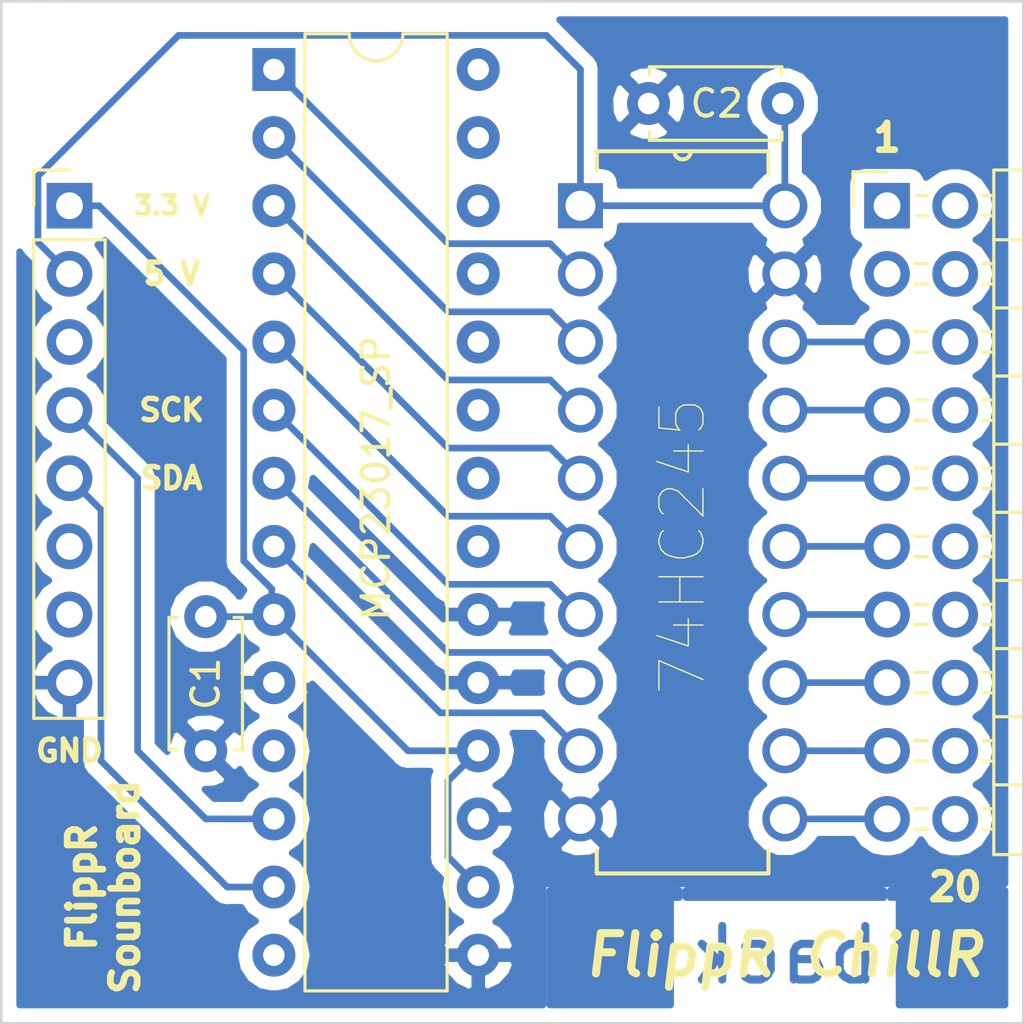
<source format=kicad_pcb>
(kicad_pcb (version 20171130) (host pcbnew 5.0.2-bee76a0~70~ubuntu18.04.1)

  (general
    (thickness 1.6)
    (drawings 18)
    (tracks 71)
    (zones 0)
    (modules 6)
    (nets 47)
  )

  (page A4)
  (layers
    (0 F.Cu signal hide)
    (31 B.Cu signal hide)
    (33 F.Adhes user)
    (35 F.Paste user)
    (37 F.SilkS user)
    (39 F.Mask user)
    (40 Dwgs.User user)
    (41 Cmts.User user)
    (42 Eco1.User user)
    (43 Eco2.User user)
    (44 Edge.Cuts user)
    (45 Margin user)
    (46 B.CrtYd user)
    (47 F.CrtYd user)
    (49 F.Fab user)
  )

  (setup
    (last_trace_width 0.25)
    (trace_clearance 0.2)
    (zone_clearance 0.508)
    (zone_45_only no)
    (trace_min 0.2)
    (segment_width 0.2)
    (edge_width 0.1)
    (via_size 0.8)
    (via_drill 0.4)
    (via_min_size 0.4)
    (via_min_drill 0.3)
    (uvia_size 0.3)
    (uvia_drill 0.1)
    (uvias_allowed no)
    (uvia_min_size 0.2)
    (uvia_min_drill 0.1)
    (pcb_text_width 0.3)
    (pcb_text_size 1.5 1.5)
    (mod_edge_width 0.15)
    (mod_text_size 1 1)
    (mod_text_width 0.15)
    (pad_size 1.5 1.5)
    (pad_drill 0.6)
    (pad_to_mask_clearance 0)
    (solder_mask_min_width 0.25)
    (aux_axis_origin 0 0)
    (visible_elements FFFFFF7F)
    (pcbplotparams
      (layerselection 0x010fc_ffffffff)
      (usegerberextensions false)
      (usegerberattributes false)
      (usegerberadvancedattributes false)
      (creategerberjobfile false)
      (excludeedgelayer true)
      (linewidth 0.100000)
      (plotframeref false)
      (viasonmask false)
      (mode 1)
      (useauxorigin false)
      (hpglpennumber 1)
      (hpglpenspeed 20)
      (hpglpendiameter 15.000000)
      (psnegative false)
      (psa4output false)
      (plotreference true)
      (plotvalue true)
      (plotinvisibletext false)
      (padsonsilk false)
      (subtractmaskfromsilk false)
      (outputformat 1)
      (mirror false)
      (drillshape 1)
      (scaleselection 1)
      (outputdirectory ""))
  )

  (net 0 "")
  (net 1 "Net-(U1-Pad1)")
  (net 2 GND)
  (net 3 "Net-(U1-Pad2)")
  (net 4 +3V3)
  (net 5 "Net-(U1-Pad3)")
  (net 6 "Net-(U1-Pad4)")
  (net 7 "Net-(U1-Pad5)")
  (net 8 "Net-(U1-Pad6)")
  (net 9 "Net-(U1-Pad7)")
  (net 10 "Net-(U1-Pad21)")
  (net 11 "Net-(U1-Pad8)")
  (net 12 "Net-(U1-Pad22)")
  (net 13 "Net-(U1-Pad23)")
  (net 14 "Net-(U1-Pad24)")
  (net 15 "Net-(U1-Pad11)")
  (net 16 "Net-(U1-Pad25)")
  (net 17 "Net-(U1-Pad26)")
  (net 18 /SDA)
  (net 19 "Net-(U1-Pad27)")
  (net 20 "Net-(U1-Pad14)")
  (net 21 "Net-(U1-Pad28)")
  (net 22 +5V)
  (net 23 "Net-(J2-Pad6)")
  (net 24 "Net-(J2-Pad8)")
  (net 25 "Net-(J2-Pad10)")
  (net 26 "Net-(J2-Pad12)")
  (net 27 "Net-(J2-Pad14)")
  (net 28 "Net-(J2-Pad16)")
  (net 29 "Net-(J2-Pad18)")
  (net 30 "Net-(J2-Pad20)")
  (net 31 "Net-(J2-Pad1)")
  (net 32 "Net-(J2-Pad2)")
  (net 33 "Net-(J2-Pad3)")
  (net 34 "Net-(J2-Pad4)")
  (net 35 "Net-(J2-Pad5)")
  (net 36 "Net-(J2-Pad7)")
  (net 37 "Net-(J2-Pad9)")
  (net 38 "Net-(J2-Pad11)")
  (net 39 "Net-(J2-Pad13)")
  (net 40 "Net-(J2-Pad17)")
  (net 41 "Net-(J2-Pad19)")
  (net 42 "Net-(J1-Pad3)")
  (net 43 "Net-(J1-Pad6)")
  (net 44 "Net-(J1-Pad7)")
  (net 45 /SCL)
  (net 46 /IRQ)

  (net_class Default "This is the default net class."
    (clearance 0.2)
    (trace_width 0.25)
    (via_dia 0.8)
    (via_drill 0.4)
    (uvia_dia 0.3)
    (uvia_drill 0.1)
    (add_net +3V3)
    (add_net +5V)
    (add_net /IRQ)
    (add_net /SCL)
    (add_net /SDA)
    (add_net GND)
    (add_net "Net-(J1-Pad3)")
    (add_net "Net-(J1-Pad6)")
    (add_net "Net-(J1-Pad7)")
    (add_net "Net-(J2-Pad1)")
    (add_net "Net-(J2-Pad10)")
    (add_net "Net-(J2-Pad11)")
    (add_net "Net-(J2-Pad12)")
    (add_net "Net-(J2-Pad13)")
    (add_net "Net-(J2-Pad14)")
    (add_net "Net-(J2-Pad16)")
    (add_net "Net-(J2-Pad17)")
    (add_net "Net-(J2-Pad18)")
    (add_net "Net-(J2-Pad19)")
    (add_net "Net-(J2-Pad2)")
    (add_net "Net-(J2-Pad20)")
    (add_net "Net-(J2-Pad3)")
    (add_net "Net-(J2-Pad4)")
    (add_net "Net-(J2-Pad5)")
    (add_net "Net-(J2-Pad6)")
    (add_net "Net-(J2-Pad7)")
    (add_net "Net-(J2-Pad8)")
    (add_net "Net-(J2-Pad9)")
    (add_net "Net-(U1-Pad1)")
    (add_net "Net-(U1-Pad11)")
    (add_net "Net-(U1-Pad14)")
    (add_net "Net-(U1-Pad2)")
    (add_net "Net-(U1-Pad21)")
    (add_net "Net-(U1-Pad22)")
    (add_net "Net-(U1-Pad23)")
    (add_net "Net-(U1-Pad24)")
    (add_net "Net-(U1-Pad25)")
    (add_net "Net-(U1-Pad26)")
    (add_net "Net-(U1-Pad27)")
    (add_net "Net-(U1-Pad28)")
    (add_net "Net-(U1-Pad3)")
    (add_net "Net-(U1-Pad4)")
    (add_net "Net-(U1-Pad5)")
    (add_net "Net-(U1-Pad6)")
    (add_net "Net-(U1-Pad7)")
    (add_net "Net-(U1-Pad8)")
  )

  (module Connector_PinHeader_2.54mm:PinHeader_1x08_P2.54mm_Vertical (layer F.Cu) (tedit 59FED5CC) (tstamp 5C5C22AC)
    (at 92.71 44.45)
    (descr "Through hole straight pin header, 1x08, 2.54mm pitch, single row")
    (tags "Through hole pin header THT 1x08 2.54mm single row")
    (path /5C4A1DD0)
    (fp_text reference J1 (at -5.08 -5.08) (layer F.SilkS)
      (effects (font (size 1 1) (thickness 0.15)))
    )
    (fp_text value Conn_01x08_Male (at -15.24 21.59) (layer F.Fab)
      (effects (font (size 1 1) (thickness 0.15)))
    )
    (fp_line (start -0.635 -1.27) (end 1.27 -1.27) (layer F.Fab) (width 0.1))
    (fp_line (start 1.27 -1.27) (end 1.27 19.05) (layer F.Fab) (width 0.1))
    (fp_line (start 1.27 19.05) (end -1.27 19.05) (layer F.Fab) (width 0.1))
    (fp_line (start -1.27 19.05) (end -1.27 -0.635) (layer F.Fab) (width 0.1))
    (fp_line (start -1.27 -0.635) (end -0.635 -1.27) (layer F.Fab) (width 0.1))
    (fp_line (start -1.33 19.11) (end 1.33 19.11) (layer F.SilkS) (width 0.12))
    (fp_line (start -1.33 1.27) (end -1.33 19.11) (layer F.SilkS) (width 0.12))
    (fp_line (start 1.33 1.27) (end 1.33 19.11) (layer F.SilkS) (width 0.12))
    (fp_line (start -1.33 1.27) (end 1.33 1.27) (layer F.SilkS) (width 0.12))
    (fp_line (start -1.33 0) (end -1.33 -1.33) (layer F.SilkS) (width 0.12))
    (fp_line (start -1.33 -1.33) (end 0 -1.33) (layer F.SilkS) (width 0.12))
    (fp_line (start -1.8 -1.8) (end -1.8 19.55) (layer F.CrtYd) (width 0.05))
    (fp_line (start -1.8 19.55) (end 1.8 19.55) (layer F.CrtYd) (width 0.05))
    (fp_line (start 1.8 19.55) (end 1.8 -1.8) (layer F.CrtYd) (width 0.05))
    (fp_line (start 1.8 -1.8) (end -1.8 -1.8) (layer F.CrtYd) (width 0.05))
    (fp_text user %R (at 0 8.89 90) (layer F.Fab)
      (effects (font (size 1 1) (thickness 0.15)))
    )
    (pad 1 thru_hole rect (at 0 0) (size 1.7 1.7) (drill 1) (layers *.Cu *.Mask)
      (net 4 +3V3))
    (pad 2 thru_hole oval (at 0 2.54) (size 1.7 1.7) (drill 1) (layers *.Cu *.Mask)
      (net 22 +5V))
    (pad 3 thru_hole oval (at 0 5.08) (size 1.7 1.7) (drill 1) (layers *.Cu *.Mask)
      (net 42 "Net-(J1-Pad3)"))
    (pad 4 thru_hole oval (at 0 7.62) (size 1.7 1.7) (drill 1) (layers *.Cu *.Mask)
      (net 45 /SCL))
    (pad 5 thru_hole oval (at 0 10.16) (size 1.7 1.7) (drill 1) (layers *.Cu *.Mask)
      (net 18 /SDA))
    (pad 6 thru_hole oval (at 0 12.7) (size 1.7 1.7) (drill 1) (layers *.Cu *.Mask)
      (net 43 "Net-(J1-Pad6)"))
    (pad 7 thru_hole oval (at 0 15.24) (size 1.7 1.7) (drill 1) (layers *.Cu *.Mask)
      (net 44 "Net-(J1-Pad7)"))
    (pad 8 thru_hole oval (at 0 17.78) (size 1.7 1.7) (drill 1) (layers *.Cu *.Mask)
      (net 2 GND))
    (model ${KISYS3DMOD}/Connector_PinHeader_2.54mm.3dshapes/PinHeader_1x08_P2.54mm_Vertical.wrl
      (at (xyz 0 0 0))
      (scale (xyz 1 1 1))
      (rotate (xyz 0 0 0))
    )
  )

  (module Connector_PinHeader_2.54mm:PinHeader_2x10_P2.54mm_Horizontal (layer F.Cu) (tedit 59FED5CB) (tstamp 5C5C2121)
    (at 123.19 44.45)
    (descr "Through hole angled pin header, 2x10, 2.54mm pitch, 6mm pin length, double rows")
    (tags "Through hole angled pin header THT 2x10 2.54mm double row")
    (path /5C4A3D78)
    (fp_text reference J2 (at 11.43 -10.16) (layer F.SilkS)
      (effects (font (size 1 1) (thickness 0.15)))
    )
    (fp_text value Conn_02x10_Odd_Even (at 16.51 29.21) (layer F.Fab)
      (effects (font (size 1 1) (thickness 0.15)))
    )
    (fp_line (start 4.675 -1.27) (end 6.58 -1.27) (layer F.Fab) (width 0.1))
    (fp_line (start 6.58 -1.27) (end 6.58 24.13) (layer F.Fab) (width 0.1))
    (fp_line (start 6.58 24.13) (end 4.04 24.13) (layer F.Fab) (width 0.1))
    (fp_line (start 4.04 24.13) (end 4.04 -0.635) (layer F.Fab) (width 0.1))
    (fp_line (start 4.04 -0.635) (end 4.675 -1.27) (layer F.Fab) (width 0.1))
    (fp_line (start -0.32 -0.32) (end 4.04 -0.32) (layer F.Fab) (width 0.1))
    (fp_line (start -0.32 -0.32) (end -0.32 0.32) (layer F.Fab) (width 0.1))
    (fp_line (start -0.32 0.32) (end 4.04 0.32) (layer F.Fab) (width 0.1))
    (fp_line (start 6.58 -0.32) (end 12.58 -0.32) (layer F.Fab) (width 0.1))
    (fp_line (start 12.58 -0.32) (end 12.58 0.32) (layer F.Fab) (width 0.1))
    (fp_line (start 6.58 0.32) (end 12.58 0.32) (layer F.Fab) (width 0.1))
    (fp_line (start -0.32 2.22) (end 4.04 2.22) (layer F.Fab) (width 0.1))
    (fp_line (start -0.32 2.22) (end -0.32 2.86) (layer F.Fab) (width 0.1))
    (fp_line (start -0.32 2.86) (end 4.04 2.86) (layer F.Fab) (width 0.1))
    (fp_line (start 6.58 2.22) (end 12.58 2.22) (layer F.Fab) (width 0.1))
    (fp_line (start 12.58 2.22) (end 12.58 2.86) (layer F.Fab) (width 0.1))
    (fp_line (start 6.58 2.86) (end 12.58 2.86) (layer F.Fab) (width 0.1))
    (fp_line (start -0.32 4.76) (end 4.04 4.76) (layer F.Fab) (width 0.1))
    (fp_line (start -0.32 4.76) (end -0.32 5.4) (layer F.Fab) (width 0.1))
    (fp_line (start -0.32 5.4) (end 4.04 5.4) (layer F.Fab) (width 0.1))
    (fp_line (start 6.58 4.76) (end 12.58 4.76) (layer F.Fab) (width 0.1))
    (fp_line (start 12.58 4.76) (end 12.58 5.4) (layer F.Fab) (width 0.1))
    (fp_line (start 6.58 5.4) (end 12.58 5.4) (layer F.Fab) (width 0.1))
    (fp_line (start -0.32 7.3) (end 4.04 7.3) (layer F.Fab) (width 0.1))
    (fp_line (start -0.32 7.3) (end -0.32 7.94) (layer F.Fab) (width 0.1))
    (fp_line (start -0.32 7.94) (end 4.04 7.94) (layer F.Fab) (width 0.1))
    (fp_line (start 6.58 7.3) (end 12.58 7.3) (layer F.Fab) (width 0.1))
    (fp_line (start 12.58 7.3) (end 12.58 7.94) (layer F.Fab) (width 0.1))
    (fp_line (start 6.58 7.94) (end 12.58 7.94) (layer F.Fab) (width 0.1))
    (fp_line (start -0.32 9.84) (end 4.04 9.84) (layer F.Fab) (width 0.1))
    (fp_line (start -0.32 9.84) (end -0.32 10.48) (layer F.Fab) (width 0.1))
    (fp_line (start -0.32 10.48) (end 4.04 10.48) (layer F.Fab) (width 0.1))
    (fp_line (start 6.58 9.84) (end 12.58 9.84) (layer F.Fab) (width 0.1))
    (fp_line (start 12.58 9.84) (end 12.58 10.48) (layer F.Fab) (width 0.1))
    (fp_line (start 6.58 10.48) (end 12.58 10.48) (layer F.Fab) (width 0.1))
    (fp_line (start -0.32 12.38) (end 4.04 12.38) (layer F.Fab) (width 0.1))
    (fp_line (start -0.32 12.38) (end -0.32 13.02) (layer F.Fab) (width 0.1))
    (fp_line (start -0.32 13.02) (end 4.04 13.02) (layer F.Fab) (width 0.1))
    (fp_line (start 6.58 12.38) (end 12.58 12.38) (layer F.Fab) (width 0.1))
    (fp_line (start 12.58 12.38) (end 12.58 13.02) (layer F.Fab) (width 0.1))
    (fp_line (start 6.58 13.02) (end 12.58 13.02) (layer F.Fab) (width 0.1))
    (fp_line (start -0.32 14.92) (end 4.04 14.92) (layer F.Fab) (width 0.1))
    (fp_line (start -0.32 14.92) (end -0.32 15.56) (layer F.Fab) (width 0.1))
    (fp_line (start -0.32 15.56) (end 4.04 15.56) (layer F.Fab) (width 0.1))
    (fp_line (start 6.58 14.92) (end 12.58 14.92) (layer F.Fab) (width 0.1))
    (fp_line (start 12.58 14.92) (end 12.58 15.56) (layer F.Fab) (width 0.1))
    (fp_line (start 6.58 15.56) (end 12.58 15.56) (layer F.Fab) (width 0.1))
    (fp_line (start -0.32 17.46) (end 4.04 17.46) (layer F.Fab) (width 0.1))
    (fp_line (start -0.32 17.46) (end -0.32 18.1) (layer F.Fab) (width 0.1))
    (fp_line (start -0.32 18.1) (end 4.04 18.1) (layer F.Fab) (width 0.1))
    (fp_line (start 6.58 17.46) (end 12.58 17.46) (layer F.Fab) (width 0.1))
    (fp_line (start 12.58 17.46) (end 12.58 18.1) (layer F.Fab) (width 0.1))
    (fp_line (start 6.58 18.1) (end 12.58 18.1) (layer F.Fab) (width 0.1))
    (fp_line (start -0.32 20) (end 4.04 20) (layer F.Fab) (width 0.1))
    (fp_line (start -0.32 20) (end -0.32 20.64) (layer F.Fab) (width 0.1))
    (fp_line (start -0.32 20.64) (end 4.04 20.64) (layer F.Fab) (width 0.1))
    (fp_line (start 6.58 20) (end 12.58 20) (layer F.Fab) (width 0.1))
    (fp_line (start 12.58 20) (end 12.58 20.64) (layer F.Fab) (width 0.1))
    (fp_line (start 6.58 20.64) (end 12.58 20.64) (layer F.Fab) (width 0.1))
    (fp_line (start -0.32 22.54) (end 4.04 22.54) (layer F.Fab) (width 0.1))
    (fp_line (start -0.32 22.54) (end -0.32 23.18) (layer F.Fab) (width 0.1))
    (fp_line (start -0.32 23.18) (end 4.04 23.18) (layer F.Fab) (width 0.1))
    (fp_line (start 6.58 22.54) (end 12.58 22.54) (layer F.Fab) (width 0.1))
    (fp_line (start 12.58 22.54) (end 12.58 23.18) (layer F.Fab) (width 0.1))
    (fp_line (start 6.58 23.18) (end 12.58 23.18) (layer F.Fab) (width 0.1))
    (fp_line (start 3.98 -1.33) (end 3.98 24.19) (layer F.SilkS) (width 0.12))
    (fp_line (start 3.98 24.19) (end 6.64 24.19) (layer F.SilkS) (width 0.12))
    (fp_line (start 6.64 24.19) (end 6.64 -1.33) (layer F.SilkS) (width 0.12))
    (fp_line (start 6.64 -1.33) (end 3.98 -1.33) (layer F.SilkS) (width 0.12))
    (fp_line (start 6.64 -0.38) (end 12.64 -0.38) (layer F.SilkS) (width 0.12))
    (fp_line (start 12.64 -0.38) (end 12.64 0.38) (layer F.SilkS) (width 0.12))
    (fp_line (start 12.64 0.38) (end 6.64 0.38) (layer F.SilkS) (width 0.12))
    (fp_line (start 6.64 -0.32) (end 12.64 -0.32) (layer F.SilkS) (width 0.12))
    (fp_line (start 6.64 -0.2) (end 12.64 -0.2) (layer F.SilkS) (width 0.12))
    (fp_line (start 6.64 -0.08) (end 12.64 -0.08) (layer F.SilkS) (width 0.12))
    (fp_line (start 6.64 0.04) (end 12.64 0.04) (layer F.SilkS) (width 0.12))
    (fp_line (start 6.64 0.16) (end 12.64 0.16) (layer F.SilkS) (width 0.12))
    (fp_line (start 6.64 0.28) (end 12.64 0.28) (layer F.SilkS) (width 0.12))
    (fp_line (start 3.582929 -0.38) (end 3.98 -0.38) (layer F.SilkS) (width 0.12))
    (fp_line (start 3.582929 0.38) (end 3.98 0.38) (layer F.SilkS) (width 0.12))
    (fp_line (start 1.11 -0.38) (end 1.497071 -0.38) (layer F.SilkS) (width 0.12))
    (fp_line (start 1.11 0.38) (end 1.497071 0.38) (layer F.SilkS) (width 0.12))
    (fp_line (start 3.98 1.27) (end 6.64 1.27) (layer F.SilkS) (width 0.12))
    (fp_line (start 6.64 2.16) (end 12.64 2.16) (layer F.SilkS) (width 0.12))
    (fp_line (start 12.64 2.16) (end 12.64 2.92) (layer F.SilkS) (width 0.12))
    (fp_line (start 12.64 2.92) (end 6.64 2.92) (layer F.SilkS) (width 0.12))
    (fp_line (start 3.582929 2.16) (end 3.98 2.16) (layer F.SilkS) (width 0.12))
    (fp_line (start 3.582929 2.92) (end 3.98 2.92) (layer F.SilkS) (width 0.12))
    (fp_line (start 1.042929 2.16) (end 1.497071 2.16) (layer F.SilkS) (width 0.12))
    (fp_line (start 1.042929 2.92) (end 1.497071 2.92) (layer F.SilkS) (width 0.12))
    (fp_line (start 3.98 3.81) (end 6.64 3.81) (layer F.SilkS) (width 0.12))
    (fp_line (start 6.64 4.7) (end 12.64 4.7) (layer F.SilkS) (width 0.12))
    (fp_line (start 12.64 4.7) (end 12.64 5.46) (layer F.SilkS) (width 0.12))
    (fp_line (start 12.64 5.46) (end 6.64 5.46) (layer F.SilkS) (width 0.12))
    (fp_line (start 3.582929 4.7) (end 3.98 4.7) (layer F.SilkS) (width 0.12))
    (fp_line (start 3.582929 5.46) (end 3.98 5.46) (layer F.SilkS) (width 0.12))
    (fp_line (start 1.042929 4.7) (end 1.497071 4.7) (layer F.SilkS) (width 0.12))
    (fp_line (start 1.042929 5.46) (end 1.497071 5.46) (layer F.SilkS) (width 0.12))
    (fp_line (start 3.98 6.35) (end 6.64 6.35) (layer F.SilkS) (width 0.12))
    (fp_line (start 6.64 7.24) (end 12.64 7.24) (layer F.SilkS) (width 0.12))
    (fp_line (start 12.64 7.24) (end 12.64 8) (layer F.SilkS) (width 0.12))
    (fp_line (start 12.64 8) (end 6.64 8) (layer F.SilkS) (width 0.12))
    (fp_line (start 3.582929 7.24) (end 3.98 7.24) (layer F.SilkS) (width 0.12))
    (fp_line (start 3.582929 8) (end 3.98 8) (layer F.SilkS) (width 0.12))
    (fp_line (start 1.042929 7.24) (end 1.497071 7.24) (layer F.SilkS) (width 0.12))
    (fp_line (start 1.042929 8) (end 1.497071 8) (layer F.SilkS) (width 0.12))
    (fp_line (start 3.98 8.89) (end 6.64 8.89) (layer F.SilkS) (width 0.12))
    (fp_line (start 6.64 9.78) (end 12.64 9.78) (layer F.SilkS) (width 0.12))
    (fp_line (start 12.64 9.78) (end 12.64 10.54) (layer F.SilkS) (width 0.12))
    (fp_line (start 12.64 10.54) (end 6.64 10.54) (layer F.SilkS) (width 0.12))
    (fp_line (start 3.582929 9.78) (end 3.98 9.78) (layer F.SilkS) (width 0.12))
    (fp_line (start 3.582929 10.54) (end 3.98 10.54) (layer F.SilkS) (width 0.12))
    (fp_line (start 1.042929 9.78) (end 1.497071 9.78) (layer F.SilkS) (width 0.12))
    (fp_line (start 1.042929 10.54) (end 1.497071 10.54) (layer F.SilkS) (width 0.12))
    (fp_line (start 3.98 11.43) (end 6.64 11.43) (layer F.SilkS) (width 0.12))
    (fp_line (start 6.64 12.32) (end 12.64 12.32) (layer F.SilkS) (width 0.12))
    (fp_line (start 12.64 12.32) (end 12.64 13.08) (layer F.SilkS) (width 0.12))
    (fp_line (start 12.64 13.08) (end 6.64 13.08) (layer F.SilkS) (width 0.12))
    (fp_line (start 3.582929 12.32) (end 3.98 12.32) (layer F.SilkS) (width 0.12))
    (fp_line (start 3.582929 13.08) (end 3.98 13.08) (layer F.SilkS) (width 0.12))
    (fp_line (start 1.042929 12.32) (end 1.497071 12.32) (layer F.SilkS) (width 0.12))
    (fp_line (start 1.042929 13.08) (end 1.497071 13.08) (layer F.SilkS) (width 0.12))
    (fp_line (start 3.98 13.97) (end 6.64 13.97) (layer F.SilkS) (width 0.12))
    (fp_line (start 6.64 14.86) (end 12.64 14.86) (layer F.SilkS) (width 0.12))
    (fp_line (start 12.64 14.86) (end 12.64 15.62) (layer F.SilkS) (width 0.12))
    (fp_line (start 12.64 15.62) (end 6.64 15.62) (layer F.SilkS) (width 0.12))
    (fp_line (start 3.582929 14.86) (end 3.98 14.86) (layer F.SilkS) (width 0.12))
    (fp_line (start 3.582929 15.62) (end 3.98 15.62) (layer F.SilkS) (width 0.12))
    (fp_line (start 1.042929 14.86) (end 1.497071 14.86) (layer F.SilkS) (width 0.12))
    (fp_line (start 1.042929 15.62) (end 1.497071 15.62) (layer F.SilkS) (width 0.12))
    (fp_line (start 3.98 16.51) (end 6.64 16.51) (layer F.SilkS) (width 0.12))
    (fp_line (start 6.64 17.4) (end 12.64 17.4) (layer F.SilkS) (width 0.12))
    (fp_line (start 12.64 17.4) (end 12.64 18.16) (layer F.SilkS) (width 0.12))
    (fp_line (start 12.64 18.16) (end 6.64 18.16) (layer F.SilkS) (width 0.12))
    (fp_line (start 3.582929 17.4) (end 3.98 17.4) (layer F.SilkS) (width 0.12))
    (fp_line (start 3.582929 18.16) (end 3.98 18.16) (layer F.SilkS) (width 0.12))
    (fp_line (start 1.042929 17.4) (end 1.497071 17.4) (layer F.SilkS) (width 0.12))
    (fp_line (start 1.042929 18.16) (end 1.497071 18.16) (layer F.SilkS) (width 0.12))
    (fp_line (start 3.98 19.05) (end 6.64 19.05) (layer F.SilkS) (width 0.12))
    (fp_line (start 6.64 19.94) (end 12.64 19.94) (layer F.SilkS) (width 0.12))
    (fp_line (start 12.64 19.94) (end 12.64 20.7) (layer F.SilkS) (width 0.12))
    (fp_line (start 12.64 20.7) (end 6.64 20.7) (layer F.SilkS) (width 0.12))
    (fp_line (start 3.582929 19.94) (end 3.98 19.94) (layer F.SilkS) (width 0.12))
    (fp_line (start 3.582929 20.7) (end 3.98 20.7) (layer F.SilkS) (width 0.12))
    (fp_line (start 1.042929 19.94) (end 1.497071 19.94) (layer F.SilkS) (width 0.12))
    (fp_line (start 1.042929 20.7) (end 1.497071 20.7) (layer F.SilkS) (width 0.12))
    (fp_line (start 3.98 21.59) (end 6.64 21.59) (layer F.SilkS) (width 0.12))
    (fp_line (start 6.64 22.48) (end 12.64 22.48) (layer F.SilkS) (width 0.12))
    (fp_line (start 12.64 22.48) (end 12.64 23.24) (layer F.SilkS) (width 0.12))
    (fp_line (start 12.64 23.24) (end 6.64 23.24) (layer F.SilkS) (width 0.12))
    (fp_line (start 3.582929 22.48) (end 3.98 22.48) (layer F.SilkS) (width 0.12))
    (fp_line (start 3.582929 23.24) (end 3.98 23.24) (layer F.SilkS) (width 0.12))
    (fp_line (start 1.042929 22.48) (end 1.497071 22.48) (layer F.SilkS) (width 0.12))
    (fp_line (start 1.042929 23.24) (end 1.497071 23.24) (layer F.SilkS) (width 0.12))
    (fp_line (start -1.27 0) (end -1.27 -1.27) (layer F.SilkS) (width 0.12))
    (fp_line (start -1.27 -1.27) (end 0 -1.27) (layer F.SilkS) (width 0.12))
    (fp_line (start -1.8 -1.8) (end -1.8 24.65) (layer F.CrtYd) (width 0.05))
    (fp_line (start -1.8 24.65) (end 13.1 24.65) (layer F.CrtYd) (width 0.05))
    (fp_line (start 13.1 24.65) (end 13.1 -1.8) (layer F.CrtYd) (width 0.05))
    (fp_line (start 13.1 -1.8) (end -1.8 -1.8) (layer F.CrtYd) (width 0.05))
    (fp_text user %R (at 5.31 11.43 90) (layer F.Fab)
      (effects (font (size 1 1) (thickness 0.15)))
    )
    (pad 1 thru_hole rect (at 0 0) (size 1.7 1.7) (drill 1) (layers *.Cu *.Mask)
      (net 31 "Net-(J2-Pad1)"))
    (pad 2 thru_hole oval (at 2.54 0) (size 1.7 1.7) (drill 1) (layers *.Cu *.Mask)
      (net 32 "Net-(J2-Pad2)"))
    (pad 3 thru_hole oval (at 0 2.54) (size 1.7 1.7) (drill 1) (layers *.Cu *.Mask)
      (net 33 "Net-(J2-Pad3)"))
    (pad 4 thru_hole oval (at 2.54 2.54) (size 1.7 1.7) (drill 1) (layers *.Cu *.Mask)
      (net 34 "Net-(J2-Pad4)"))
    (pad 5 thru_hole oval (at 0 5.08) (size 1.7 1.7) (drill 1) (layers *.Cu *.Mask)
      (net 35 "Net-(J2-Pad5)"))
    (pad 6 thru_hole oval (at 2.54 5.08) (size 1.7 1.7) (drill 1) (layers *.Cu *.Mask)
      (net 23 "Net-(J2-Pad6)"))
    (pad 7 thru_hole oval (at 0 7.62) (size 1.7 1.7) (drill 1) (layers *.Cu *.Mask)
      (net 36 "Net-(J2-Pad7)"))
    (pad 8 thru_hole oval (at 2.54 7.62) (size 1.7 1.7) (drill 1) (layers *.Cu *.Mask)
      (net 24 "Net-(J2-Pad8)"))
    (pad 9 thru_hole oval (at 0 10.16) (size 1.7 1.7) (drill 1) (layers *.Cu *.Mask)
      (net 37 "Net-(J2-Pad9)"))
    (pad 10 thru_hole oval (at 2.54 10.16) (size 1.7 1.7) (drill 1) (layers *.Cu *.Mask)
      (net 25 "Net-(J2-Pad10)"))
    (pad 11 thru_hole oval (at 0 12.7) (size 1.7 1.7) (drill 1) (layers *.Cu *.Mask)
      (net 38 "Net-(J2-Pad11)"))
    (pad 12 thru_hole oval (at 2.54 12.7) (size 1.7 1.7) (drill 1) (layers *.Cu *.Mask)
      (net 26 "Net-(J2-Pad12)"))
    (pad 13 thru_hole oval (at 0 15.24) (size 1.7 1.7) (drill 1) (layers *.Cu *.Mask)
      (net 39 "Net-(J2-Pad13)"))
    (pad 14 thru_hole oval (at 2.54 15.24) (size 1.7 1.7) (drill 1) (layers *.Cu *.Mask)
      (net 27 "Net-(J2-Pad14)"))
    (pad 15 thru_hole oval (at 0 17.78) (size 1.7 1.7) (drill 1) (layers *.Cu *.Mask)
      (net 46 /IRQ))
    (pad 16 thru_hole oval (at 2.54 17.78) (size 1.7 1.7) (drill 1) (layers *.Cu *.Mask)
      (net 28 "Net-(J2-Pad16)"))
    (pad 17 thru_hole oval (at 0 20.32) (size 1.7 1.7) (drill 1) (layers *.Cu *.Mask)
      (net 40 "Net-(J2-Pad17)"))
    (pad 18 thru_hole oval (at 2.54 20.32) (size 1.7 1.7) (drill 1) (layers *.Cu *.Mask)
      (net 29 "Net-(J2-Pad18)"))
    (pad 19 thru_hole oval (at 0 22.86) (size 1.7 1.7) (drill 1) (layers *.Cu *.Mask)
      (net 41 "Net-(J2-Pad19)"))
    (pad 20 thru_hole oval (at 2.54 22.86) (size 1.7 1.7) (drill 1) (layers *.Cu *.Mask)
      (net 30 "Net-(J2-Pad20)"))
    (model ${KISYS3DMOD}/Connector_PinHeader_2.54mm.3dshapes/PinHeader_2x10_P2.54mm_Horizontal.wrl
      (at (xyz 0 0 0))
      (scale (xyz 1 1 1))
      (rotate (xyz 0 0 0))
    )
  )

  (module Package_DIP:DIP-28_W7.62mm (layer F.Cu) (tedit 5C5C0B3C) (tstamp 5C5C200B)
    (at 100.33 39.37)
    (descr "28-lead though-hole mounted DIP package, row spacing 7.62 mm (300 mils)")
    (tags "THT DIP DIL PDIP 2.54mm 7.62mm 300mil")
    (path /5C4A2167)
    (fp_text reference U1 (at 3.81 -6.35) (layer F.SilkS)
      (effects (font (size 1 1) (thickness 0.15)))
    )
    (fp_text value MCP23017_SP (at 3.81 15.24 90) (layer F.SilkS)
      (effects (font (size 1 1) (thickness 0.15)))
    )
    (fp_arc (start 3.81 -1.33) (end 2.81 -1.33) (angle -180) (layer F.SilkS) (width 0.12))
    (fp_line (start 1.635 -1.27) (end 6.985 -1.27) (layer F.Fab) (width 0.1))
    (fp_line (start 6.985 -1.27) (end 6.985 34.29) (layer F.Fab) (width 0.1))
    (fp_line (start 6.985 34.29) (end 0.635 34.29) (layer F.Fab) (width 0.1))
    (fp_line (start 0.635 34.29) (end 0.635 -0.27) (layer F.Fab) (width 0.1))
    (fp_line (start 0.635 -0.27) (end 1.635 -1.27) (layer F.Fab) (width 0.1))
    (fp_line (start 2.81 -1.33) (end 1.16 -1.33) (layer F.SilkS) (width 0.12))
    (fp_line (start 1.16 -1.33) (end 1.16 34.35) (layer F.SilkS) (width 0.12))
    (fp_line (start 1.16 34.35) (end 6.46 34.35) (layer F.SilkS) (width 0.12))
    (fp_line (start 6.46 34.35) (end 6.46 -1.33) (layer F.SilkS) (width 0.12))
    (fp_line (start 6.46 -1.33) (end 4.81 -1.33) (layer F.SilkS) (width 0.12))
    (fp_line (start -1.1 -1.55) (end -1.1 34.55) (layer F.CrtYd) (width 0.05))
    (fp_line (start -1.1 34.55) (end 8.7 34.55) (layer F.CrtYd) (width 0.05))
    (fp_line (start 8.7 34.55) (end 8.7 -1.55) (layer F.CrtYd) (width 0.05))
    (fp_line (start 8.7 -1.55) (end -1.1 -1.55) (layer F.CrtYd) (width 0.05))
    (fp_text user %R (at -5.08 -8.89) (layer F.Fab)
      (effects (font (size 1 1) (thickness 0.15)))
    )
    (pad 1 thru_hole rect (at 0 0) (size 1.6 1.6) (drill 0.8) (layers *.Cu *.Mask)
      (net 1 "Net-(U1-Pad1)"))
    (pad 15 thru_hole oval (at 7.62 33.02) (size 1.6 1.6) (drill 0.8) (layers *.Cu *.Mask)
      (net 2 GND))
    (pad 2 thru_hole oval (at 0 2.54) (size 1.6 1.6) (drill 0.8) (layers *.Cu *.Mask)
      (net 3 "Net-(U1-Pad2)"))
    (pad 16 thru_hole oval (at 7.62 30.48) (size 1.6 1.6) (drill 0.8) (layers *.Cu *.Mask)
      (net 4 +3V3))
    (pad 3 thru_hole oval (at 0 5.08) (size 1.6 1.6) (drill 0.8) (layers *.Cu *.Mask)
      (net 5 "Net-(U1-Pad3)"))
    (pad 17 thru_hole oval (at 7.62 27.94) (size 1.6 1.6) (drill 0.8) (layers *.Cu *.Mask)
      (net 2 GND))
    (pad 4 thru_hole oval (at 0 7.62) (size 1.6 1.6) (drill 0.8) (layers *.Cu *.Mask)
      (net 6 "Net-(U1-Pad4)"))
    (pad 18 thru_hole oval (at 7.62 25.4) (size 1.6 1.6) (drill 0.8) (layers *.Cu *.Mask)
      (net 4 +3V3))
    (pad 5 thru_hole oval (at 0 10.16) (size 1.6 1.6) (drill 0.8) (layers *.Cu *.Mask)
      (net 7 "Net-(U1-Pad5)"))
    (pad 19 thru_hole oval (at 7.62 22.86) (size 1.6 1.6) (drill 0.8) (layers *.Cu *.Mask)
      (net 2 GND))
    (pad 6 thru_hole oval (at 0 12.7) (size 1.6 1.6) (drill 0.8) (layers *.Cu *.Mask)
      (net 8 "Net-(U1-Pad6)"))
    (pad 20 thru_hole oval (at 7.62 20.32) (size 1.6 1.6) (drill 0.8) (layers *.Cu *.Mask)
      (net 2 GND))
    (pad 7 thru_hole oval (at 0 15.24) (size 1.6 1.6) (drill 0.8) (layers *.Cu *.Mask)
      (net 9 "Net-(U1-Pad7)"))
    (pad 21 thru_hole oval (at 7.62 17.78) (size 1.6 1.6) (drill 0.8) (layers *.Cu *.Mask)
      (net 10 "Net-(U1-Pad21)"))
    (pad 8 thru_hole oval (at 0 17.78) (size 1.6 1.6) (drill 0.8) (layers *.Cu *.Mask)
      (net 11 "Net-(U1-Pad8)"))
    (pad 22 thru_hole oval (at 7.62 15.24) (size 1.6 1.6) (drill 0.8) (layers *.Cu *.Mask)
      (net 12 "Net-(U1-Pad22)"))
    (pad 9 thru_hole oval (at 0 20.32) (size 1.6 1.6) (drill 0.8) (layers *.Cu *.Mask)
      (net 4 +3V3))
    (pad 23 thru_hole oval (at 7.62 12.7) (size 1.6 1.6) (drill 0.8) (layers *.Cu *.Mask)
      (net 13 "Net-(U1-Pad23)"))
    (pad 10 thru_hole oval (at 0 22.86) (size 1.6 1.6) (drill 0.8) (layers *.Cu *.Mask)
      (net 2 GND))
    (pad 24 thru_hole oval (at 7.62 10.16) (size 1.6 1.6) (drill 0.8) (layers *.Cu *.Mask)
      (net 14 "Net-(U1-Pad24)"))
    (pad 11 thru_hole oval (at 0 25.4) (size 1.6 1.6) (drill 0.8) (layers *.Cu *.Mask)
      (net 15 "Net-(U1-Pad11)"))
    (pad 25 thru_hole oval (at 7.62 7.62) (size 1.6 1.6) (drill 0.8) (layers *.Cu *.Mask)
      (net 16 "Net-(U1-Pad25)"))
    (pad 12 thru_hole oval (at 0 27.94) (size 1.6 1.6) (drill 0.8) (layers *.Cu *.Mask)
      (net 45 /SCL))
    (pad 26 thru_hole oval (at 7.62 5.08) (size 1.6 1.6) (drill 0.8) (layers *.Cu *.Mask)
      (net 17 "Net-(U1-Pad26)"))
    (pad 13 thru_hole oval (at 0 30.48) (size 1.6 1.6) (drill 0.8) (layers *.Cu *.Mask)
      (net 18 /SDA))
    (pad 27 thru_hole oval (at 7.62 2.54) (size 1.6 1.6) (drill 0.8) (layers *.Cu *.Mask)
      (net 19 "Net-(U1-Pad27)"))
    (pad 14 thru_hole oval (at 0 33.02) (size 1.6 1.6) (drill 0.8) (layers *.Cu *.Mask)
      (net 20 "Net-(U1-Pad14)"))
    (pad 28 thru_hole oval (at 7.62 0) (size 1.6 1.6) (drill 0.8) (layers *.Cu *.Mask)
      (net 21 "Net-(U1-Pad28)"))
    (model ${KISYS3DMOD}/Package_DIP.3dshapes/DIP-28_W7.62mm.wrl
      (at (xyz 0 0 0))
      (scale (xyz 1 1 1))
      (rotate (xyz 0 0 0))
    )
  )

  (module 74HCT245N:DIP254P762X420-20 (layer F.Cu) (tedit 0) (tstamp 5C5C1EEE)
    (at 119.38 67.31)
    (path /5C4A240D)
    (fp_text reference U2 (at -3.99482 -33.02) (layer F.SilkS)
      (effects (font (size 1.64289 1.64289) (thickness 0.05)))
    )
    (fp_text value 74HC245 (at -3.81 -10.16 90) (layer F.SilkS)
      (effects (font (size 1.6412 1.6412) (thickness 0.05)))
    )
    (fp_line (start -0.6096 -24.0284) (end -0.6096 -24.892) (layer F.SilkS) (width 0.1524))
    (fp_line (start -7.0104 2.032) (end -0.6096 2.032) (layer F.SilkS) (width 0.1524))
    (fp_line (start -0.6096 2.032) (end -0.6096 1.1684) (layer F.SilkS) (width 0.1524))
    (fp_line (start -0.6096 -24.892) (end -3.5052 -24.892) (layer F.SilkS) (width 0.1524))
    (fp_line (start -3.5052 -24.892) (end -4.1148 -24.892) (layer F.SilkS) (width 0.1524))
    (fp_line (start -4.1148 -24.892) (end -7.0104 -24.892) (layer F.SilkS) (width 0.1524))
    (fp_line (start -7.0104 -24.892) (end -7.0104 -24.1808) (layer F.SilkS) (width 0.1524))
    (fp_line (start -7.0104 1.1684) (end -7.0104 2.032) (layer F.SilkS) (width 0.1524))
    (fp_arc (start -3.81 -24.892) (end -4.1148 -24.892) (angle -180) (layer F.SilkS) (width 0.1524))
    (fp_line (start -7.0104 -22.3012) (end -7.0104 -23.4188) (layer Dwgs.User) (width 0.1))
    (fp_line (start -7.0104 -23.4188) (end -8.1788 -23.4188) (layer Dwgs.User) (width 0.1))
    (fp_line (start -8.1788 -23.4188) (end -8.1788 -22.3012) (layer Dwgs.User) (width 0.1))
    (fp_line (start -8.1788 -22.3012) (end -7.0104 -22.3012) (layer Dwgs.User) (width 0.1))
    (fp_line (start -7.0104 -19.7612) (end -7.0104 -20.8788) (layer Dwgs.User) (width 0.1))
    (fp_line (start -7.0104 -20.8788) (end -8.1788 -20.8788) (layer Dwgs.User) (width 0.1))
    (fp_line (start -8.1788 -20.8788) (end -8.1788 -19.7612) (layer Dwgs.User) (width 0.1))
    (fp_line (start -8.1788 -19.7612) (end -7.0104 -19.7612) (layer Dwgs.User) (width 0.1))
    (fp_line (start -7.0104 -17.2212) (end -7.0104 -18.3388) (layer Dwgs.User) (width 0.1))
    (fp_line (start -7.0104 -18.3388) (end -8.1788 -18.3388) (layer Dwgs.User) (width 0.1))
    (fp_line (start -8.1788 -18.3388) (end -8.1788 -17.2212) (layer Dwgs.User) (width 0.1))
    (fp_line (start -8.1788 -17.2212) (end -7.0104 -17.2212) (layer Dwgs.User) (width 0.1))
    (fp_line (start -7.0104 -14.6812) (end -7.0104 -15.7988) (layer Dwgs.User) (width 0.1))
    (fp_line (start -7.0104 -15.7988) (end -8.1788 -15.7988) (layer Dwgs.User) (width 0.1))
    (fp_line (start -8.1788 -15.7988) (end -8.1788 -14.6812) (layer Dwgs.User) (width 0.1))
    (fp_line (start -8.1788 -14.6812) (end -7.0104 -14.6812) (layer Dwgs.User) (width 0.1))
    (fp_line (start -7.0104 -12.1412) (end -7.0104 -13.2588) (layer Dwgs.User) (width 0.1))
    (fp_line (start -7.0104 -13.2588) (end -8.1788 -13.2588) (layer Dwgs.User) (width 0.1))
    (fp_line (start -8.1788 -13.2588) (end -8.1788 -12.1412) (layer Dwgs.User) (width 0.1))
    (fp_line (start -8.1788 -12.1412) (end -7.0104 -12.1412) (layer Dwgs.User) (width 0.1))
    (fp_line (start -7.0104 -9.6012) (end -7.0104 -10.7188) (layer Dwgs.User) (width 0.1))
    (fp_line (start -7.0104 -10.7188) (end -8.1788 -10.7188) (layer Dwgs.User) (width 0.1))
    (fp_line (start -8.1788 -10.7188) (end -8.1788 -9.6012) (layer Dwgs.User) (width 0.1))
    (fp_line (start -8.1788 -9.6012) (end -7.0104 -9.6012) (layer Dwgs.User) (width 0.1))
    (fp_line (start -7.0104 -7.0612) (end -7.0104 -8.1788) (layer Dwgs.User) (width 0.1))
    (fp_line (start -7.0104 -8.1788) (end -8.1788 -8.1788) (layer Dwgs.User) (width 0.1))
    (fp_line (start -8.1788 -8.1788) (end -8.1788 -7.0612) (layer Dwgs.User) (width 0.1))
    (fp_line (start -8.1788 -7.0612) (end -7.0104 -7.0612) (layer Dwgs.User) (width 0.1))
    (fp_line (start -7.0104 -4.5212) (end -7.0104 -5.6388) (layer Dwgs.User) (width 0.1))
    (fp_line (start -7.0104 -5.6388) (end -8.1788 -5.6388) (layer Dwgs.User) (width 0.1))
    (fp_line (start -8.1788 -5.6388) (end -8.1788 -4.5212) (layer Dwgs.User) (width 0.1))
    (fp_line (start -8.1788 -4.5212) (end -7.0104 -4.5212) (layer Dwgs.User) (width 0.1))
    (fp_line (start -7.0104 -1.9812) (end -7.0104 -3.0988) (layer Dwgs.User) (width 0.1))
    (fp_line (start -7.0104 -3.0988) (end -8.1788 -3.0988) (layer Dwgs.User) (width 0.1))
    (fp_line (start -8.1788 -3.0988) (end -8.1788 -1.9812) (layer Dwgs.User) (width 0.1))
    (fp_line (start -8.1788 -1.9812) (end -7.0104 -1.9812) (layer Dwgs.User) (width 0.1))
    (fp_line (start -7.0104 0.5588) (end -7.0104 -0.5588) (layer Dwgs.User) (width 0.1))
    (fp_line (start -7.0104 -0.5588) (end -8.1788 -0.5588) (layer Dwgs.User) (width 0.1))
    (fp_line (start -8.1788 -0.5588) (end -8.1788 0.5588) (layer Dwgs.User) (width 0.1))
    (fp_line (start -8.1788 0.5588) (end -7.0104 0.5588) (layer Dwgs.User) (width 0.1))
    (fp_line (start -0.6096 -0.5588) (end -0.6096 0.5588) (layer Dwgs.User) (width 0.1))
    (fp_line (start -0.6096 0.5588) (end 0.5588 0.5588) (layer Dwgs.User) (width 0.1))
    (fp_line (start 0.5588 0.5588) (end 0.5588 -0.5588) (layer Dwgs.User) (width 0.1))
    (fp_line (start 0.5588 -0.5588) (end -0.6096 -0.5588) (layer Dwgs.User) (width 0.1))
    (fp_line (start -0.6096 -3.0988) (end -0.6096 -1.9812) (layer Dwgs.User) (width 0.1))
    (fp_line (start -0.6096 -1.9812) (end 0.5588 -1.9812) (layer Dwgs.User) (width 0.1))
    (fp_line (start 0.5588 -1.9812) (end 0.5588 -3.0988) (layer Dwgs.User) (width 0.1))
    (fp_line (start 0.5588 -3.0988) (end -0.6096 -3.0988) (layer Dwgs.User) (width 0.1))
    (fp_line (start -0.6096 -5.6388) (end -0.6096 -4.5212) (layer Dwgs.User) (width 0.1))
    (fp_line (start -0.6096 -4.5212) (end 0.5588 -4.5212) (layer Dwgs.User) (width 0.1))
    (fp_line (start 0.5588 -4.5212) (end 0.5588 -5.6388) (layer Dwgs.User) (width 0.1))
    (fp_line (start 0.5588 -5.6388) (end -0.6096 -5.6388) (layer Dwgs.User) (width 0.1))
    (fp_line (start -0.6096 -8.1788) (end -0.6096 -7.0612) (layer Dwgs.User) (width 0.1))
    (fp_line (start -0.6096 -7.0612) (end 0.5588 -7.0612) (layer Dwgs.User) (width 0.1))
    (fp_line (start 0.5588 -7.0612) (end 0.5588 -8.1788) (layer Dwgs.User) (width 0.1))
    (fp_line (start 0.5588 -8.1788) (end -0.6096 -8.1788) (layer Dwgs.User) (width 0.1))
    (fp_line (start -0.6096 -10.7188) (end -0.6096 -9.6012) (layer Dwgs.User) (width 0.1))
    (fp_line (start -0.6096 -9.6012) (end 0.5588 -9.6012) (layer Dwgs.User) (width 0.1))
    (fp_line (start 0.5588 -9.6012) (end 0.5588 -10.7188) (layer Dwgs.User) (width 0.1))
    (fp_line (start 0.5588 -10.7188) (end -0.6096 -10.7188) (layer Dwgs.User) (width 0.1))
    (fp_line (start -0.6096 -13.2588) (end -0.6096 -12.1412) (layer Dwgs.User) (width 0.1))
    (fp_line (start -0.6096 -12.1412) (end 0.5588 -12.1412) (layer Dwgs.User) (width 0.1))
    (fp_line (start 0.5588 -12.1412) (end 0.5588 -13.2588) (layer Dwgs.User) (width 0.1))
    (fp_line (start 0.5588 -13.2588) (end -0.6096 -13.2588) (layer Dwgs.User) (width 0.1))
    (fp_line (start -0.6096 -15.7988) (end -0.6096 -14.6812) (layer Dwgs.User) (width 0.1))
    (fp_line (start -0.6096 -14.6812) (end 0.5588 -14.6812) (layer Dwgs.User) (width 0.1))
    (fp_line (start 0.5588 -14.6812) (end 0.5588 -15.7988) (layer Dwgs.User) (width 0.1))
    (fp_line (start 0.5588 -15.7988) (end -0.6096 -15.7988) (layer Dwgs.User) (width 0.1))
    (fp_line (start -0.6096 -18.3388) (end -0.6096 -17.2212) (layer Dwgs.User) (width 0.1))
    (fp_line (start -0.6096 -17.2212) (end 0.5588 -17.2212) (layer Dwgs.User) (width 0.1))
    (fp_line (start 0.5588 -17.2212) (end 0.5588 -18.3388) (layer Dwgs.User) (width 0.1))
    (fp_line (start 0.5588 -18.3388) (end -0.6096 -18.3388) (layer Dwgs.User) (width 0.1))
    (fp_line (start -0.6096 -20.8788) (end -0.6096 -19.7612) (layer Dwgs.User) (width 0.1))
    (fp_line (start -0.6096 -19.7612) (end 0.5588 -19.7612) (layer Dwgs.User) (width 0.1))
    (fp_line (start 0.5588 -19.7612) (end 0.5588 -20.8788) (layer Dwgs.User) (width 0.1))
    (fp_line (start 0.5588 -20.8788) (end -0.6096 -20.8788) (layer Dwgs.User) (width 0.1))
    (fp_line (start -0.6096 -23.4188) (end -0.6096 -22.3012) (layer Dwgs.User) (width 0.1))
    (fp_line (start -0.6096 -22.3012) (end 0.5588 -22.3012) (layer Dwgs.User) (width 0.1))
    (fp_line (start 0.5588 -22.3012) (end 0.5588 -23.4188) (layer Dwgs.User) (width 0.1))
    (fp_line (start 0.5588 -23.4188) (end -0.6096 -23.4188) (layer Dwgs.User) (width 0.1))
    (fp_line (start -7.0104 2.032) (end -0.6096 2.032) (layer Dwgs.User) (width 0.1))
    (fp_line (start -0.6096 2.032) (end -0.6096 -24.892) (layer Dwgs.User) (width 0.1))
    (fp_line (start -0.6096 -24.892) (end -3.5052 -24.892) (layer Dwgs.User) (width 0.1))
    (fp_line (start -3.5052 -24.892) (end -4.1148 -24.892) (layer Dwgs.User) (width 0.1))
    (fp_line (start -4.1148 -24.892) (end -7.0104 -24.892) (layer Dwgs.User) (width 0.1))
    (fp_line (start -7.0104 -24.892) (end -7.0104 2.032) (layer Dwgs.User) (width 0.1))
    (fp_arc (start -3.81 -24.892) (end -4.1148 -24.892) (angle -180) (layer Dwgs.User) (width 0.1))
    (pad 1 thru_hole rect (at -7.62 -22.86) (size 1.6764 1.6764) (drill 1.1176) (layers *.Cu *.Mask)
      (net 22 +5V))
    (pad 2 thru_hole circle (at -7.62 -20.32) (size 1.6764 1.6764) (drill 1.1176) (layers *.Cu *.Mask)
      (net 1 "Net-(U1-Pad1)"))
    (pad 3 thru_hole circle (at -7.62 -17.78) (size 1.6764 1.6764) (drill 1.1176) (layers *.Cu *.Mask)
      (net 3 "Net-(U1-Pad2)"))
    (pad 4 thru_hole circle (at -7.62 -15.24) (size 1.6764 1.6764) (drill 1.1176) (layers *.Cu *.Mask)
      (net 5 "Net-(U1-Pad3)"))
    (pad 5 thru_hole circle (at -7.62 -12.7) (size 1.6764 1.6764) (drill 1.1176) (layers *.Cu *.Mask)
      (net 6 "Net-(U1-Pad4)"))
    (pad 6 thru_hole circle (at -7.62 -10.16) (size 1.6764 1.6764) (drill 1.1176) (layers *.Cu *.Mask)
      (net 7 "Net-(U1-Pad5)"))
    (pad 7 thru_hole circle (at -7.62 -7.62) (size 1.6764 1.6764) (drill 1.1176) (layers *.Cu *.Mask)
      (net 8 "Net-(U1-Pad6)"))
    (pad 8 thru_hole circle (at -7.62 -5.08) (size 1.6764 1.6764) (drill 1.1176) (layers *.Cu *.Mask)
      (net 9 "Net-(U1-Pad7)"))
    (pad 9 thru_hole circle (at -7.62 -2.54) (size 1.6764 1.6764) (drill 1.1176) (layers *.Cu *.Mask)
      (net 11 "Net-(U1-Pad8)"))
    (pad 10 thru_hole circle (at -7.62 0) (size 1.6764 1.6764) (drill 1.1176) (layers *.Cu *.Mask)
      (net 2 GND))
    (pad 11 thru_hole circle (at 0 0) (size 1.6764 1.6764) (drill 1.1176) (layers *.Cu *.Mask)
      (net 41 "Net-(J2-Pad19)"))
    (pad 12 thru_hole circle (at 0 -2.54) (size 1.6764 1.6764) (drill 1.1176) (layers *.Cu *.Mask)
      (net 40 "Net-(J2-Pad17)"))
    (pad 13 thru_hole circle (at 0 -5.08) (size 1.6764 1.6764) (drill 1.1176) (layers *.Cu *.Mask)
      (net 46 /IRQ))
    (pad 14 thru_hole circle (at 0 -7.62) (size 1.6764 1.6764) (drill 1.1176) (layers *.Cu *.Mask)
      (net 39 "Net-(J2-Pad13)"))
    (pad 15 thru_hole circle (at 0 -10.16) (size 1.6764 1.6764) (drill 1.1176) (layers *.Cu *.Mask)
      (net 38 "Net-(J2-Pad11)"))
    (pad 16 thru_hole circle (at 0 -12.7) (size 1.6764 1.6764) (drill 1.1176) (layers *.Cu *.Mask)
      (net 37 "Net-(J2-Pad9)"))
    (pad 17 thru_hole circle (at 0 -15.24) (size 1.6764 1.6764) (drill 1.1176) (layers *.Cu *.Mask)
      (net 36 "Net-(J2-Pad7)"))
    (pad 18 thru_hole circle (at 0 -17.78) (size 1.6764 1.6764) (drill 1.1176) (layers *.Cu *.Mask)
      (net 35 "Net-(J2-Pad5)"))
    (pad 19 thru_hole circle (at 0 -20.32) (size 1.6764 1.6764) (drill 1.1176) (layers *.Cu *.Mask)
      (net 2 GND))
    (pad 20 thru_hole circle (at 0 -22.86) (size 1.6764 1.6764) (drill 1.1176) (layers *.Cu *.Mask)
      (net 22 +5V))
  )

  (module Capacitor_THT:C_Disc_D4.7mm_W2.5mm_P5.00mm (layer F.Cu) (tedit 5AE50EF0) (tstamp 5C6586C2)
    (at 97.79 64.77 90)
    (descr "C, Disc series, Radial, pin pitch=5.00mm, , diameter*width=4.7*2.5mm^2, Capacitor, http://www.vishay.com/docs/45233/krseries.pdf")
    (tags "C Disc series Radial pin pitch 5.00mm  diameter 4.7mm width 2.5mm Capacitor")
    (path /5C68E091)
    (fp_text reference C1 (at 2.5 0 90) (layer F.SilkS)
      (effects (font (size 1 1) (thickness 0.15)))
    )
    (fp_text value C_Small (at 2.5 2.5 90) (layer F.Fab)
      (effects (font (size 1 1) (thickness 0.15)))
    )
    (fp_text user %R (at 2.5 0 90) (layer F.Fab)
      (effects (font (size 0.94 0.94) (thickness 0.141)))
    )
    (fp_line (start 6.05 -1.5) (end -1.05 -1.5) (layer F.CrtYd) (width 0.05))
    (fp_line (start 6.05 1.5) (end 6.05 -1.5) (layer F.CrtYd) (width 0.05))
    (fp_line (start -1.05 1.5) (end 6.05 1.5) (layer F.CrtYd) (width 0.05))
    (fp_line (start -1.05 -1.5) (end -1.05 1.5) (layer F.CrtYd) (width 0.05))
    (fp_line (start 4.97 1.055) (end 4.97 1.37) (layer F.SilkS) (width 0.12))
    (fp_line (start 4.97 -1.37) (end 4.97 -1.055) (layer F.SilkS) (width 0.12))
    (fp_line (start 0.03 1.055) (end 0.03 1.37) (layer F.SilkS) (width 0.12))
    (fp_line (start 0.03 -1.37) (end 0.03 -1.055) (layer F.SilkS) (width 0.12))
    (fp_line (start 0.03 1.37) (end 4.97 1.37) (layer F.SilkS) (width 0.12))
    (fp_line (start 0.03 -1.37) (end 4.97 -1.37) (layer F.SilkS) (width 0.12))
    (fp_line (start 4.85 -1.25) (end 0.15 -1.25) (layer F.Fab) (width 0.1))
    (fp_line (start 4.85 1.25) (end 4.85 -1.25) (layer F.Fab) (width 0.1))
    (fp_line (start 0.15 1.25) (end 4.85 1.25) (layer F.Fab) (width 0.1))
    (fp_line (start 0.15 -1.25) (end 0.15 1.25) (layer F.Fab) (width 0.1))
    (pad 2 thru_hole circle (at 5 0 90) (size 1.6 1.6) (drill 0.8) (layers *.Cu *.Mask)
      (net 4 +3V3))
    (pad 1 thru_hole circle (at 0 0 90) (size 1.6 1.6) (drill 0.8) (layers *.Cu *.Mask)
      (net 2 GND))
    (model ${KISYS3DMOD}/Capacitor_THT.3dshapes/C_Disc_D4.7mm_W2.5mm_P5.00mm.wrl
      (at (xyz 0 0 0))
      (scale (xyz 1 1 1))
      (rotate (xyz 0 0 0))
    )
  )

  (module Capacitor_THT:C_Disc_D4.7mm_W2.5mm_P5.00mm (layer F.Cu) (tedit 5AE50EF0) (tstamp 5C6585C4)
    (at 114.3 40.64)
    (descr "C, Disc series, Radial, pin pitch=5.00mm, , diameter*width=4.7*2.5mm^2, Capacitor, http://www.vishay.com/docs/45233/krseries.pdf")
    (tags "C Disc series Radial pin pitch 5.00mm  diameter 4.7mm width 2.5mm Capacitor")
    (path /5C68DF77)
    (fp_text reference C2 (at 2.54 0) (layer F.SilkS)
      (effects (font (size 1 1) (thickness 0.15)))
    )
    (fp_text value C_Small (at 2.5 2.5) (layer F.Fab)
      (effects (font (size 1 1) (thickness 0.15)))
    )
    (fp_line (start 0.15 -1.25) (end 0.15 1.25) (layer F.Fab) (width 0.1))
    (fp_line (start 0.15 1.25) (end 4.85 1.25) (layer F.Fab) (width 0.1))
    (fp_line (start 4.85 1.25) (end 4.85 -1.25) (layer F.Fab) (width 0.1))
    (fp_line (start 4.85 -1.25) (end 0.15 -1.25) (layer F.Fab) (width 0.1))
    (fp_line (start 0.03 -1.37) (end 4.97 -1.37) (layer F.SilkS) (width 0.12))
    (fp_line (start 0.03 1.37) (end 4.97 1.37) (layer F.SilkS) (width 0.12))
    (fp_line (start 0.03 -1.37) (end 0.03 -1.055) (layer F.SilkS) (width 0.12))
    (fp_line (start 0.03 1.055) (end 0.03 1.37) (layer F.SilkS) (width 0.12))
    (fp_line (start 4.97 -1.37) (end 4.97 -1.055) (layer F.SilkS) (width 0.12))
    (fp_line (start 4.97 1.055) (end 4.97 1.37) (layer F.SilkS) (width 0.12))
    (fp_line (start -1.05 -1.5) (end -1.05 1.5) (layer F.CrtYd) (width 0.05))
    (fp_line (start -1.05 1.5) (end 6.05 1.5) (layer F.CrtYd) (width 0.05))
    (fp_line (start 6.05 1.5) (end 6.05 -1.5) (layer F.CrtYd) (width 0.05))
    (fp_line (start 6.05 -1.5) (end -1.05 -1.5) (layer F.CrtYd) (width 0.05))
    (fp_text user %R (at 2.5 0) (layer F.Fab)
      (effects (font (size 0.94 0.94) (thickness 0.141)))
    )
    (pad 1 thru_hole circle (at 0 0) (size 1.6 1.6) (drill 0.8) (layers *.Cu *.Mask)
      (net 2 GND))
    (pad 2 thru_hole circle (at 5 0) (size 1.6 1.6) (drill 0.8) (layers *.Cu *.Mask)
      (net 22 +5V))
    (model ${KISYS3DMOD}/Capacitor_THT.3dshapes/C_Disc_D4.7mm_W2.5mm_P5.00mm.wrl
      (at (xyz 0 0 0))
      (scale (xyz 1 1 1))
      (rotate (xyz 0 0 0))
    )
  )

  (gr_text back (at 119.38 72.39) (layer B.Cu)
    (effects (font (size 2 2) (thickness 0.3)) (justify mirror))
  )
  (gr_line (start 90.17 36.83) (end 91.44 36.83) (layer Edge.Cuts) (width 0.1))
  (gr_line (start 90.17 74.93) (end 91.44 74.93) (layer Edge.Cuts) (width 0.1))
  (gr_line (start 90.17 36.83) (end 90.17 74.93) (layer Edge.Cuts) (width 0.1))
  (gr_text "FlippR ChillR" (at 119.38 72.39) (layer F.SilkS)
    (effects (font (size 1.5 1.5) (thickness 0.3) italic))
  )
  (gr_line (start 91.44 74.93) (end 92.71 74.93) (layer Edge.Cuts) (width 0.1))
  (gr_line (start 92.71 36.83) (end 91.44 36.83) (layer Edge.Cuts) (width 0.1))
  (gr_line (start 128.27 74.93) (end 92.71 74.93) (layer Edge.Cuts) (width 0.1))
  (gr_line (start 128.27 36.83) (end 128.27 74.93) (layer Edge.Cuts) (width 0.1) (tstamp 5C6584D1))
  (gr_line (start 92.71 36.83) (end 128.27 36.83) (layer Edge.Cuts) (width 0.1))
  (gr_text "SDA\n" (at 96.52 54.61) (layer F.SilkS)
    (effects (font (size 0.8 0.8) (thickness 0.2)))
  )
  (gr_text "SCK\n" (at 96.52 52.07) (layer F.SilkS) (tstamp 5C6586F0)
    (effects (font (size 0.8 0.8) (thickness 0.2)))
  )
  (gr_text "5 V\n" (at 96.52 46.99) (layer F.SilkS)
    (effects (font (size 0.8 0.8) (thickness 0.2)))
  )
  (gr_text "3.3 V" (at 96.52 44.45) (layer F.SilkS)
    (effects (font (size 0.7 0.7) (thickness 0.175)))
  )
  (gr_text "GND\n" (at 92.71 64.77) (layer F.SilkS)
    (effects (font (size 0.8 0.8) (thickness 0.2)))
  )
  (gr_text "20\n" (at 125.73 69.85) (layer F.SilkS)
    (effects (font (size 1 1) (thickness 0.25)))
  )
  (gr_text 1 (at 123.19 41.91) (layer F.SilkS)
    (effects (font (size 1 1) (thickness 0.25)))
  )
  (gr_text "FlippR\nSounboard" (at 93.98 69.85 90) (layer F.SilkS)
    (effects (font (size 1 1) (thickness 0.25)))
  )

  (segment (start 110.921801 46.151801) (end 111.76 46.99) (width 0.25) (layer B.Cu) (net 1))
  (segment (start 110.634999 45.864999) (end 110.921801 46.151801) (width 0.25) (layer B.Cu) (net 1))
  (segment (start 106.824999 45.864999) (end 110.634999 45.864999) (width 0.25) (layer B.Cu) (net 1))
  (segment (start 100.33 39.37) (end 106.824999 45.864999) (width 0.25) (layer B.Cu) (net 1))
  (segment (start 110.921801 48.691801) (end 111.76 49.53) (width 0.25) (layer B.Cu) (net 3))
  (segment (start 110.634999 48.404999) (end 110.921801 48.691801) (width 0.25) (layer B.Cu) (net 3))
  (segment (start 106.824999 48.404999) (end 110.634999 48.404999) (width 0.25) (layer B.Cu) (net 3))
  (segment (start 100.33 41.91) (end 106.824999 48.404999) (width 0.25) (layer B.Cu) (net 3))
  (segment (start 99.204999 57.690001) (end 100.25 58.735002) (width 0.25) (layer B.Cu) (net 4))
  (segment (start 99.204999 49.844999) (end 99.204999 57.690001) (width 0.25) (layer B.Cu) (net 4))
  (segment (start 93.81 44.45) (end 99.204999 49.844999) (width 0.25) (layer B.Cu) (net 4))
  (segment (start 100.25 58.735002) (end 100.25 59.69) (width 0.25) (layer B.Cu) (net 4))
  (segment (start 92.71 44.45) (end 93.81 44.45) (width 0.25) (layer B.Cu) (net 4))
  (segment (start 105.33 64.77) (end 107.95 64.77) (width 0.25) (layer B.Cu) (net 4))
  (segment (start 100.25 59.69) (end 105.33 64.77) (width 0.25) (layer B.Cu) (net 4))
  (segment (start 107.150001 69.050001) (end 107.95 69.85) (width 0.25) (layer B.Cu) (net 4))
  (segment (start 106.824999 68.724999) (end 107.150001 69.050001) (width 0.25) (layer B.Cu) (net 4))
  (segment (start 106.824999 65.895001) (end 106.824999 68.724999) (width 0.25) (layer B.Cu) (net 4))
  (segment (start 107.95 64.77) (end 106.824999 65.895001) (width 0.25) (layer B.Cu) (net 4))
  (segment (start 100.25 59.77) (end 100.33 59.69) (width 0.25) (layer B.Cu) (net 4))
  (segment (start 97.79 59.77) (end 100.25 59.77) (width 0.25) (layer B.Cu) (net 4))
  (segment (start 110.921801 51.231801) (end 111.76 52.07) (width 0.25) (layer B.Cu) (net 5))
  (segment (start 110.634999 50.944999) (end 110.921801 51.231801) (width 0.25) (layer B.Cu) (net 5))
  (segment (start 106.824999 50.944999) (end 110.634999 50.944999) (width 0.25) (layer B.Cu) (net 5))
  (segment (start 100.33 44.45) (end 106.824999 50.944999) (width 0.25) (layer B.Cu) (net 5))
  (segment (start 110.921801 53.771801) (end 111.76 54.61) (width 0.25) (layer B.Cu) (net 6))
  (segment (start 110.634999 53.484999) (end 110.921801 53.771801) (width 0.25) (layer B.Cu) (net 6))
  (segment (start 106.824999 53.484999) (end 110.634999 53.484999) (width 0.25) (layer B.Cu) (net 6))
  (segment (start 100.33 46.99) (end 106.824999 53.484999) (width 0.25) (layer B.Cu) (net 6))
  (segment (start 110.921801 56.311801) (end 111.76 57.15) (width 0.25) (layer B.Cu) (net 7))
  (segment (start 110.634999 56.024999) (end 110.921801 56.311801) (width 0.25) (layer B.Cu) (net 7))
  (segment (start 106.824999 56.024999) (end 110.634999 56.024999) (width 0.25) (layer B.Cu) (net 7))
  (segment (start 100.33 49.53) (end 106.824999 56.024999) (width 0.25) (layer B.Cu) (net 7))
  (segment (start 110.921801 58.851801) (end 111.76 59.69) (width 0.25) (layer B.Cu) (net 8))
  (segment (start 110.634999 58.564999) (end 110.921801 58.851801) (width 0.25) (layer B.Cu) (net 8))
  (segment (start 106.824999 58.564999) (end 110.634999 58.564999) (width 0.25) (layer B.Cu) (net 8))
  (segment (start 100.33 52.07) (end 106.824999 58.564999) (width 0.25) (layer B.Cu) (net 8))
  (segment (start 110.921801 61.391801) (end 111.76 62.23) (width 0.25) (layer B.Cu) (net 9))
  (segment (start 106.824999 61.104999) (end 110.634999 61.104999) (width 0.25) (layer B.Cu) (net 9))
  (segment (start 110.634999 61.104999) (end 110.921801 61.391801) (width 0.25) (layer B.Cu) (net 9))
  (segment (start 100.33 54.61) (end 106.824999 61.104999) (width 0.25) (layer B.Cu) (net 9))
  (segment (start 110.921801 63.931801) (end 111.76 64.77) (width 0.25) (layer B.Cu) (net 11))
  (segment (start 110.345001 63.355001) (end 110.921801 63.931801) (width 0.25) (layer B.Cu) (net 11))
  (segment (start 106.535001 63.355001) (end 110.345001 63.355001) (width 0.25) (layer B.Cu) (net 11))
  (segment (start 100.33 57.15) (end 106.535001 63.355001) (width 0.25) (layer B.Cu) (net 11))
  (segment (start 93.559999 55.459999) (end 92.71 54.61) (width 0.25) (layer B.Cu) (net 18))
  (segment (start 93.885001 55.785001) (end 93.559999 55.459999) (width 0.25) (layer B.Cu) (net 18))
  (segment (start 93.885001 65.144003) (end 93.885001 55.785001) (width 0.25) (layer B.Cu) (net 18))
  (segment (start 98.590998 69.85) (end 93.885001 65.144003) (width 0.25) (layer B.Cu) (net 18))
  (segment (start 100.33 69.85) (end 98.590998 69.85) (width 0.25) (layer B.Cu) (net 18))
  (segment (start 91.534999 43.339999) (end 96.774998 38.1) (width 0.25) (layer B.Cu) (net 22))
  (segment (start 92.71 46.99) (end 91.534999 45.814999) (width 0.25) (layer B.Cu) (net 22))
  (segment (start 91.534999 45.814999) (end 91.534999 43.339999) (width 0.25) (layer B.Cu) (net 22))
  (segment (start 96.774998 38.1) (end 110.49 38.1) (width 0.25) (layer B.Cu) (net 22))
  (segment (start 111.76 39.37) (end 111.76 44.45) (width 0.25) (layer B.Cu) (net 22))
  (segment (start 110.49 38.1) (end 111.76 39.37) (width 0.25) (layer B.Cu) (net 22))
  (segment (start 119.38 44.45) (end 111.76 44.45) (width 0.25) (layer B.Cu) (net 22))
  (segment (start 119.38 40.72) (end 119.3 40.64) (width 0.25) (layer B.Cu) (net 22))
  (segment (start 119.38 44.45) (end 119.38 40.72) (width 0.25) (layer B.Cu) (net 22))
  (segment (start 119.38 49.53) (end 123.19 49.53) (width 0.25) (layer B.Cu) (net 35))
  (segment (start 119.38 52.07) (end 123.19 52.07) (width 0.25) (layer B.Cu) (net 36))
  (segment (start 119.38 54.61) (end 123.19 54.61) (width 0.25) (layer B.Cu) (net 37))
  (segment (start 119.38 57.15) (end 123.19 57.15) (width 0.25) (layer B.Cu) (net 38))
  (segment (start 119.38 59.69) (end 123.19 59.69) (width 0.25) (layer B.Cu) (net 39))
  (segment (start 119.38 64.77) (end 123.19 64.77) (width 0.25) (layer B.Cu) (net 40))
  (segment (start 119.38 67.31) (end 123.19 67.31) (width 0.25) (layer B.Cu) (net 41))
  (segment (start 100.33 67.31) (end 97.79 67.31) (width 0.25) (layer B.Cu) (net 45))
  (segment (start 97.79 67.31) (end 95.25 64.77) (width 0.25) (layer B.Cu) (net 45))
  (segment (start 95.25 54.61) (end 92.71 52.07) (width 0.25) (layer B.Cu) (net 45))
  (segment (start 95.25 64.77) (end 95.25 54.61) (width 0.25) (layer B.Cu) (net 45))
  (segment (start 119.38 62.23) (end 123.19 62.23) (width 0.25) (layer B.Cu) (net 46))

  (zone (net 2) (net_name GND) (layer B.Cu) (tstamp 0) (hatch edge 0.508)
    (connect_pads (clearance 0.508))
    (min_thickness 0.254)
    (fill yes (arc_segments 16) (thermal_gap 0.508) (thermal_bridge_width 0.508))
    (polygon
      (pts
        (xy 90.17 74.93) (xy 90.17 36.83) (xy 128.27 36.83) (xy 128.27 69.85) (xy 110.49 69.85)
        (xy 110.49 74.93)
      )
    )
    (filled_polygon
      (pts
        (xy 127.585001 69.723) (xy 110.49 69.723) (xy 110.441399 69.732667) (xy 110.400197 69.760197) (xy 110.372667 69.801399)
        (xy 110.363 69.85) (xy 110.363 74.245) (xy 90.855 74.245) (xy 90.855 62.58689) (xy 91.268524 62.58689)
        (xy 91.438355 62.996924) (xy 91.828642 63.425183) (xy 92.353108 63.671486) (xy 92.583 63.550819) (xy 92.583 62.357)
        (xy 91.389845 62.357) (xy 91.268524 62.58689) (xy 90.855 62.58689) (xy 90.855 46.165271) (xy 90.98707 46.362928)
        (xy 91.050529 46.40533) (xy 91.268791 46.623592) (xy 91.195908 46.99) (xy 91.311161 47.569418) (xy 91.639375 48.060625)
        (xy 91.937761 48.26) (xy 91.639375 48.459375) (xy 91.311161 48.950582) (xy 91.195908 49.53) (xy 91.311161 50.109418)
        (xy 91.639375 50.600625) (xy 91.937761 50.8) (xy 91.639375 50.999375) (xy 91.311161 51.490582) (xy 91.195908 52.07)
        (xy 91.311161 52.649418) (xy 91.639375 53.140625) (xy 91.937761 53.34) (xy 91.639375 53.539375) (xy 91.311161 54.030582)
        (xy 91.195908 54.61) (xy 91.311161 55.189418) (xy 91.639375 55.680625) (xy 91.937761 55.88) (xy 91.639375 56.079375)
        (xy 91.311161 56.570582) (xy 91.195908 57.15) (xy 91.311161 57.729418) (xy 91.639375 58.220625) (xy 91.937761 58.42)
        (xy 91.639375 58.619375) (xy 91.311161 59.110582) (xy 91.195908 59.69) (xy 91.311161 60.269418) (xy 91.639375 60.760625)
        (xy 91.958478 60.973843) (xy 91.828642 61.034817) (xy 91.438355 61.463076) (xy 91.268524 61.87311) (xy 91.389845 62.103)
        (xy 92.583 62.103) (xy 92.583 62.083) (xy 92.837 62.083) (xy 92.837 62.103) (xy 92.857 62.103)
        (xy 92.857 62.357) (xy 92.837 62.357) (xy 92.837 63.550819) (xy 93.066892 63.671486) (xy 93.125001 63.644196)
        (xy 93.125001 65.069156) (xy 93.110113 65.144003) (xy 93.125001 65.21885) (xy 93.125001 65.218854) (xy 93.169097 65.440539)
        (xy 93.337072 65.691932) (xy 93.400531 65.734334) (xy 98.000669 70.334473) (xy 98.043069 70.397929) (xy 98.106525 70.440329)
        (xy 98.29446 70.565904) (xy 98.342603 70.57548) (xy 98.516146 70.61) (xy 98.51615 70.61) (xy 98.590998 70.624888)
        (xy 98.665846 70.61) (xy 99.111957 70.61) (xy 99.295423 70.884577) (xy 99.647758 71.12) (xy 99.295423 71.355423)
        (xy 98.97826 71.830091) (xy 98.866887 72.39) (xy 98.97826 72.949909) (xy 99.295423 73.424577) (xy 99.770091 73.74174)
        (xy 100.188667 73.825) (xy 100.471333 73.825) (xy 100.889909 73.74174) (xy 101.364577 73.424577) (xy 101.68174 72.949909)
        (xy 101.723684 72.739039) (xy 106.558096 72.739039) (xy 106.718959 73.127423) (xy 107.094866 73.542389) (xy 107.600959 73.781914)
        (xy 107.823 73.660629) (xy 107.823 72.517) (xy 108.077 72.517) (xy 108.077 73.660629) (xy 108.299041 73.781914)
        (xy 108.805134 73.542389) (xy 109.181041 73.127423) (xy 109.341904 72.739039) (xy 109.219915 72.517) (xy 108.077 72.517)
        (xy 107.823 72.517) (xy 106.680085 72.517) (xy 106.558096 72.739039) (xy 101.723684 72.739039) (xy 101.793113 72.39)
        (xy 101.68174 71.830091) (xy 101.364577 71.355423) (xy 101.012242 71.12) (xy 101.364577 70.884577) (xy 101.68174 70.409909)
        (xy 101.793113 69.85) (xy 101.68174 69.290091) (xy 101.364577 68.815423) (xy 101.012242 68.58) (xy 101.364577 68.344577)
        (xy 101.68174 67.869909) (xy 101.793113 67.31) (xy 101.68174 66.750091) (xy 101.364577 66.275423) (xy 101.012242 66.04)
        (xy 101.364577 65.804577) (xy 101.68174 65.329909) (xy 101.793113 64.77) (xy 101.68174 64.210091) (xy 101.364577 63.735423)
        (xy 100.980892 63.479053) (xy 101.185134 63.382389) (xy 101.561041 62.967423) (xy 101.721904 62.579039) (xy 101.599916 62.357002)
        (xy 101.765 62.357002) (xy 101.765 62.279801) (xy 104.73967 65.254472) (xy 104.782071 65.317929) (xy 105.033463 65.485904)
        (xy 105.255148 65.53) (xy 105.255153 65.53) (xy 105.33 65.544888) (xy 105.404847 65.53) (xy 106.154842 65.53)
        (xy 106.109095 65.598465) (xy 106.064999 65.82015) (xy 106.064999 65.820154) (xy 106.050111 65.895001) (xy 106.064999 65.969848)
        (xy 106.065 68.650147) (xy 106.050111 68.724999) (xy 106.065 68.799851) (xy 106.109096 69.021536) (xy 106.277071 69.272928)
        (xy 106.340527 69.315328) (xy 106.551312 69.526113) (xy 106.486887 69.85) (xy 106.59826 70.409909) (xy 106.915423 70.884577)
        (xy 107.299108 71.140947) (xy 107.094866 71.237611) (xy 106.718959 71.652577) (xy 106.558096 72.040961) (xy 106.680085 72.263)
        (xy 107.823 72.263) (xy 107.823 72.243) (xy 108.077 72.243) (xy 108.077 72.263) (xy 109.219915 72.263)
        (xy 109.341904 72.040961) (xy 109.181041 71.652577) (xy 108.805134 71.237611) (xy 108.600892 71.140947) (xy 108.984577 70.884577)
        (xy 109.30174 70.409909) (xy 109.413113 69.85) (xy 109.30174 69.290091) (xy 108.984577 68.815423) (xy 108.600892 68.559053)
        (xy 108.805134 68.462389) (xy 108.911099 68.345413) (xy 110.904192 68.345413) (xy 110.983017 68.59549) (xy 111.534097 68.794977)
        (xy 112.119569 68.768389) (xy 112.536983 68.59549) (xy 112.615808 68.345413) (xy 111.76 67.489605) (xy 110.904192 68.345413)
        (xy 108.911099 68.345413) (xy 109.181041 68.047423) (xy 109.341904 67.659039) (xy 109.219915 67.437) (xy 108.077 67.437)
        (xy 108.077 67.457) (xy 107.823 67.457) (xy 107.823 67.437) (xy 107.803 67.437) (xy 107.803 67.183)
        (xy 107.823 67.183) (xy 107.823 67.163) (xy 108.077 67.163) (xy 108.077 67.183) (xy 109.219915 67.183)
        (xy 109.274252 67.084097) (xy 110.275023 67.084097) (xy 110.301611 67.669569) (xy 110.47451 68.086983) (xy 110.724587 68.165808)
        (xy 111.580395 67.31) (xy 111.939605 67.31) (xy 112.795413 68.165808) (xy 113.04549 68.086983) (xy 113.244977 67.535903)
        (xy 113.218389 66.950431) (xy 113.04549 66.533017) (xy 112.795413 66.454192) (xy 111.939605 67.31) (xy 111.580395 67.31)
        (xy 110.724587 66.454192) (xy 110.47451 66.533017) (xy 110.275023 67.084097) (xy 109.274252 67.084097) (xy 109.341904 66.960961)
        (xy 109.181041 66.572577) (xy 108.805134 66.157611) (xy 108.600892 66.060947) (xy 108.984577 65.804577) (xy 109.30174 65.329909)
        (xy 109.413113 64.77) (xy 109.30174 64.210091) (xy 109.238203 64.115001) (xy 110.030199 64.115001) (xy 110.317659 64.402462)
        (xy 110.2868 64.476962) (xy 110.2868 65.063038) (xy 110.511081 65.604501) (xy 110.925499 66.018919) (xy 110.977933 66.040638)
        (xy 110.904192 66.274587) (xy 111.76 67.130395) (xy 112.615808 66.274587) (xy 112.542067 66.040638) (xy 112.594501 66.018919)
        (xy 113.008919 65.604501) (xy 113.2332 65.063038) (xy 113.2332 64.476962) (xy 113.008919 63.935499) (xy 112.594501 63.521081)
        (xy 112.543607 63.5) (xy 112.594501 63.478919) (xy 113.008919 63.064501) (xy 113.2332 62.523038) (xy 113.2332 61.936962)
        (xy 113.008919 61.395499) (xy 112.594501 60.981081) (xy 112.543607 60.96) (xy 112.594501 60.938919) (xy 113.008919 60.524501)
        (xy 113.2332 59.983038) (xy 113.2332 59.396962) (xy 113.008919 58.855499) (xy 112.594501 58.441081) (xy 112.543607 58.42)
        (xy 112.594501 58.398919) (xy 113.008919 57.984501) (xy 113.2332 57.443038) (xy 113.2332 56.856962) (xy 113.008919 56.315499)
        (xy 112.594501 55.901081) (xy 112.543607 55.88) (xy 112.594501 55.858919) (xy 113.008919 55.444501) (xy 113.2332 54.903038)
        (xy 113.2332 54.316962) (xy 113.008919 53.775499) (xy 112.594501 53.361081) (xy 112.543607 53.34) (xy 112.594501 53.318919)
        (xy 113.008919 52.904501) (xy 113.2332 52.363038) (xy 113.2332 51.776962) (xy 113.008919 51.235499) (xy 112.594501 50.821081)
        (xy 112.543607 50.8) (xy 112.594501 50.778919) (xy 113.008919 50.364501) (xy 113.2332 49.823038) (xy 113.2332 49.236962)
        (xy 117.9068 49.236962) (xy 117.9068 49.823038) (xy 118.131081 50.364501) (xy 118.545499 50.778919) (xy 118.596393 50.8)
        (xy 118.545499 50.821081) (xy 118.131081 51.235499) (xy 117.9068 51.776962) (xy 117.9068 52.363038) (xy 118.131081 52.904501)
        (xy 118.545499 53.318919) (xy 118.596393 53.34) (xy 118.545499 53.361081) (xy 118.131081 53.775499) (xy 117.9068 54.316962)
        (xy 117.9068 54.903038) (xy 118.131081 55.444501) (xy 118.545499 55.858919) (xy 118.596393 55.88) (xy 118.545499 55.901081)
        (xy 118.131081 56.315499) (xy 117.9068 56.856962) (xy 117.9068 57.443038) (xy 118.131081 57.984501) (xy 118.545499 58.398919)
        (xy 118.596393 58.42) (xy 118.545499 58.441081) (xy 118.131081 58.855499) (xy 117.9068 59.396962) (xy 117.9068 59.983038)
        (xy 118.131081 60.524501) (xy 118.545499 60.938919) (xy 118.596393 60.96) (xy 118.545499 60.981081) (xy 118.131081 61.395499)
        (xy 117.9068 61.936962) (xy 117.9068 62.523038) (xy 118.131081 63.064501) (xy 118.545499 63.478919) (xy 118.596393 63.5)
        (xy 118.545499 63.521081) (xy 118.131081 63.935499) (xy 117.9068 64.476962) (xy 117.9068 65.063038) (xy 118.131081 65.604501)
        (xy 118.545499 66.018919) (xy 118.596393 66.04) (xy 118.545499 66.061081) (xy 118.131081 66.475499) (xy 117.9068 67.016962)
        (xy 117.9068 67.603038) (xy 118.131081 68.144501) (xy 118.545499 68.558919) (xy 119.086962 68.7832) (xy 119.673038 68.7832)
        (xy 120.214501 68.558919) (xy 120.628919 68.144501) (xy 120.659778 68.07) (xy 121.911822 68.07) (xy 122.119375 68.380625)
        (xy 122.610582 68.708839) (xy 123.043744 68.795) (xy 123.336256 68.795) (xy 123.769418 68.708839) (xy 124.260625 68.380625)
        (xy 124.46 68.082239) (xy 124.659375 68.380625) (xy 125.150582 68.708839) (xy 125.583744 68.795) (xy 125.876256 68.795)
        (xy 126.309418 68.708839) (xy 126.800625 68.380625) (xy 127.128839 67.889418) (xy 127.244092 67.31) (xy 127.128839 66.730582)
        (xy 126.800625 66.239375) (xy 126.502239 66.04) (xy 126.800625 65.840625) (xy 127.128839 65.349418) (xy 127.244092 64.77)
        (xy 127.128839 64.190582) (xy 126.800625 63.699375) (xy 126.502239 63.5) (xy 126.800625 63.300625) (xy 127.128839 62.809418)
        (xy 127.244092 62.23) (xy 127.128839 61.650582) (xy 126.800625 61.159375) (xy 126.502239 60.96) (xy 126.800625 60.760625)
        (xy 127.128839 60.269418) (xy 127.244092 59.69) (xy 127.128839 59.110582) (xy 126.800625 58.619375) (xy 126.502239 58.42)
        (xy 126.800625 58.220625) (xy 127.128839 57.729418) (xy 127.244092 57.15) (xy 127.128839 56.570582) (xy 126.800625 56.079375)
        (xy 126.502239 55.88) (xy 126.800625 55.680625) (xy 127.128839 55.189418) (xy 127.244092 54.61) (xy 127.128839 54.030582)
        (xy 126.800625 53.539375) (xy 126.502239 53.34) (xy 126.800625 53.140625) (xy 127.128839 52.649418) (xy 127.244092 52.07)
        (xy 127.128839 51.490582) (xy 126.800625 50.999375) (xy 126.502239 50.8) (xy 126.800625 50.600625) (xy 127.128839 50.109418)
        (xy 127.244092 49.53) (xy 127.128839 48.950582) (xy 126.800625 48.459375) (xy 126.502239 48.26) (xy 126.800625 48.060625)
        (xy 127.128839 47.569418) (xy 127.244092 46.99) (xy 127.128839 46.410582) (xy 126.800625 45.919375) (xy 126.502239 45.72)
        (xy 126.800625 45.520625) (xy 127.128839 45.029418) (xy 127.244092 44.45) (xy 127.128839 43.870582) (xy 126.800625 43.379375)
        (xy 126.309418 43.051161) (xy 125.876256 42.965) (xy 125.583744 42.965) (xy 125.150582 43.051161) (xy 124.659375 43.379375)
        (xy 124.647184 43.397619) (xy 124.638157 43.352235) (xy 124.497809 43.142191) (xy 124.287765 43.001843) (xy 124.04 42.95256)
        (xy 122.34 42.95256) (xy 122.092235 43.001843) (xy 121.882191 43.142191) (xy 121.741843 43.352235) (xy 121.69256 43.6)
        (xy 121.69256 45.3) (xy 121.741843 45.547765) (xy 121.882191 45.757809) (xy 122.092235 45.898157) (xy 122.137619 45.907184)
        (xy 122.119375 45.919375) (xy 121.791161 46.410582) (xy 121.675908 46.99) (xy 121.791161 47.569418) (xy 122.119375 48.060625)
        (xy 122.417761 48.26) (xy 122.119375 48.459375) (xy 121.911822 48.77) (xy 120.659778 48.77) (xy 120.628919 48.695499)
        (xy 120.214501 48.281081) (xy 120.162067 48.259362) (xy 120.235808 48.025413) (xy 119.38 47.169605) (xy 118.524192 48.025413)
        (xy 118.597933 48.259362) (xy 118.545499 48.281081) (xy 118.131081 48.695499) (xy 117.9068 49.236962) (xy 113.2332 49.236962)
        (xy 113.008919 48.695499) (xy 112.594501 48.281081) (xy 112.543607 48.26) (xy 112.594501 48.238919) (xy 113.008919 47.824501)
        (xy 113.2332 47.283038) (xy 113.2332 46.764097) (xy 117.895023 46.764097) (xy 117.921611 47.349569) (xy 118.09451 47.766983)
        (xy 118.344587 47.845808) (xy 119.200395 46.99) (xy 119.559605 46.99) (xy 120.415413 47.845808) (xy 120.66549 47.766983)
        (xy 120.864977 47.215903) (xy 120.838389 46.630431) (xy 120.66549 46.213017) (xy 120.415413 46.134192) (xy 119.559605 46.99)
        (xy 119.200395 46.99) (xy 118.344587 46.134192) (xy 118.09451 46.213017) (xy 117.895023 46.764097) (xy 113.2332 46.764097)
        (xy 113.2332 46.696962) (xy 113.008919 46.155499) (xy 112.757395 45.903975) (xy 112.845965 45.886357) (xy 113.056009 45.746009)
        (xy 113.196357 45.535965) (xy 113.24564 45.2882) (xy 113.24564 45.21) (xy 118.100222 45.21) (xy 118.131081 45.284501)
        (xy 118.545499 45.698919) (xy 118.597933 45.720638) (xy 118.524192 45.954587) (xy 119.38 46.810395) (xy 120.235808 45.954587)
        (xy 120.162067 45.720638) (xy 120.214501 45.698919) (xy 120.628919 45.284501) (xy 120.8532 44.743038) (xy 120.8532 44.156962)
        (xy 120.628919 43.615499) (xy 120.214501 43.201081) (xy 120.14 43.170222) (xy 120.14 41.829396) (xy 120.516534 41.452862)
        (xy 120.735 40.925439) (xy 120.735 40.354561) (xy 120.516534 39.827138) (xy 120.112862 39.423466) (xy 119.585439 39.205)
        (xy 119.014561 39.205) (xy 118.487138 39.423466) (xy 118.083466 39.827138) (xy 117.865 40.354561) (xy 117.865 40.925439)
        (xy 118.083466 41.452862) (xy 118.487138 41.856534) (xy 118.620001 41.911568) (xy 118.62 43.170222) (xy 118.545499 43.201081)
        (xy 118.131081 43.615499) (xy 118.100222 43.69) (xy 113.24564 43.69) (xy 113.24564 43.6118) (xy 113.196357 43.364035)
        (xy 113.056009 43.153991) (xy 112.845965 43.013643) (xy 112.5982 42.96436) (xy 112.52 42.96436) (xy 112.52 41.647745)
        (xy 113.471861 41.647745) (xy 113.545995 41.893864) (xy 114.083223 42.086965) (xy 114.653454 42.059778) (xy 115.054005 41.893864)
        (xy 115.128139 41.647745) (xy 114.3 40.819605) (xy 113.471861 41.647745) (xy 112.52 41.647745) (xy 112.52 40.423223)
        (xy 112.853035 40.423223) (xy 112.880222 40.993454) (xy 113.046136 41.394005) (xy 113.292255 41.468139) (xy 114.120395 40.64)
        (xy 114.479605 40.64) (xy 115.307745 41.468139) (xy 115.553864 41.394005) (xy 115.746965 40.856777) (xy 115.719778 40.286546)
        (xy 115.553864 39.885995) (xy 115.307745 39.811861) (xy 114.479605 40.64) (xy 114.120395 40.64) (xy 113.292255 39.811861)
        (xy 113.046136 39.885995) (xy 112.853035 40.423223) (xy 112.52 40.423223) (xy 112.52 39.632255) (xy 113.471861 39.632255)
        (xy 114.3 40.460395) (xy 115.128139 39.632255) (xy 115.054005 39.386136) (xy 114.516777 39.193035) (xy 113.946546 39.220222)
        (xy 113.545995 39.386136) (xy 113.471861 39.632255) (xy 112.52 39.632255) (xy 112.52 39.444846) (xy 112.534888 39.369999)
        (xy 112.52 39.295152) (xy 112.52 39.295148) (xy 112.475904 39.073463) (xy 112.307929 38.822071) (xy 112.244473 38.779671)
        (xy 111.080331 37.61553) (xy 111.037929 37.552071) (xy 110.982448 37.515) (xy 127.585 37.515)
      )
    )
    (filled_polygon
      (pts
        (xy 98.444999 50.159801) (xy 98.445 57.615149) (xy 98.430111 57.690001) (xy 98.445 57.764853) (xy 98.489096 57.986538)
        (xy 98.657071 58.23793) (xy 98.720527 58.28033) (xy 99.215393 58.775196) (xy 99.058502 59.01) (xy 99.02843 59.01)
        (xy 99.006534 58.957138) (xy 98.602862 58.553466) (xy 98.075439 58.335) (xy 97.504561 58.335) (xy 96.977138 58.553466)
        (xy 96.573466 58.957138) (xy 96.355 59.484561) (xy 96.355 60.055439) (xy 96.573466 60.582862) (xy 96.977138 60.986534)
        (xy 97.504561 61.205) (xy 98.075439 61.205) (xy 98.602862 60.986534) (xy 99.006534 60.582862) (xy 99.02843 60.53)
        (xy 99.165411 60.53) (xy 99.295423 60.724577) (xy 99.679108 60.980947) (xy 99.474866 61.077611) (xy 99.098959 61.492577)
        (xy 98.938096 61.880961) (xy 99.060085 62.103) (xy 100.203 62.103) (xy 100.203 62.083) (xy 100.457 62.083)
        (xy 100.457 62.103) (xy 100.477 62.103) (xy 100.477 62.357) (xy 100.457 62.357) (xy 100.457 62.377)
        (xy 100.203 62.377) (xy 100.203 62.357) (xy 99.060085 62.357) (xy 98.938096 62.579039) (xy 99.098959 62.967423)
        (xy 99.474866 63.382389) (xy 99.679108 63.479053) (xy 99.295423 63.735423) (xy 99.068389 64.075203) (xy 99.043864 64.015995)
        (xy 98.797745 63.941861) (xy 97.969605 64.77) (xy 98.797745 65.598139) (xy 99.043864 65.524005) (xy 99.06628 65.461641)
        (xy 99.295423 65.804577) (xy 99.647758 66.04) (xy 99.295423 66.275423) (xy 99.111957 66.55) (xy 98.104803 66.55)
        (xy 97.762732 66.20793) (xy 98.143454 66.189778) (xy 98.544005 66.023864) (xy 98.618139 65.777745) (xy 97.79 64.949605)
        (xy 97.775858 64.963748) (xy 97.596252 64.784142) (xy 97.610395 64.77) (xy 96.782255 63.941861) (xy 96.536136 64.015995)
        (xy 96.343035 64.553223) (xy 96.354801 64.799999) (xy 96.01 64.455199) (xy 96.01 63.762255) (xy 96.961861 63.762255)
        (xy 97.79 64.590395) (xy 98.618139 63.762255) (xy 98.544005 63.516136) (xy 98.006777 63.323035) (xy 97.436546 63.350222)
        (xy 97.035995 63.516136) (xy 96.961861 63.762255) (xy 96.01 63.762255) (xy 96.01 54.684846) (xy 96.024888 54.609999)
        (xy 96.01 54.535152) (xy 96.01 54.535148) (xy 95.965904 54.313463) (xy 95.890694 54.200903) (xy 95.840329 54.125526)
        (xy 95.840327 54.125524) (xy 95.797929 54.062071) (xy 95.734476 54.019673) (xy 94.151209 52.436408) (xy 94.224092 52.07)
        (xy 94.108839 51.490582) (xy 93.780625 50.999375) (xy 93.482239 50.8) (xy 93.780625 50.600625) (xy 94.108839 50.109418)
        (xy 94.224092 49.53) (xy 94.108839 48.950582) (xy 93.780625 48.459375) (xy 93.482239 48.26) (xy 93.780625 48.060625)
        (xy 94.108839 47.569418) (xy 94.224092 46.99) (xy 94.108839 46.410582) (xy 93.780625 45.919375) (xy 93.762381 45.907184)
        (xy 93.807765 45.898157) (xy 94.017809 45.757809) (xy 94.027902 45.742703)
      )
    )
    (filled_polygon
      (pts
        (xy 106.234669 61.589471) (xy 106.27707 61.652928) (xy 106.340526 61.695328) (xy 106.528461 61.820903) (xy 106.576604 61.830479)
        (xy 106.578822 61.83092) (xy 106.558096 61.880961) (xy 106.680085 62.103) (xy 107.823 62.103) (xy 107.823 62.083)
        (xy 108.077 62.083) (xy 108.077 62.103) (xy 109.219915 62.103) (xy 109.341904 61.880961) (xy 109.335293 61.864999)
        (xy 110.316608 61.864999) (xy 110.2868 61.936962) (xy 110.2868 62.523038) (xy 110.313072 62.586464) (xy 110.270154 62.595001)
        (xy 109.335293 62.595001) (xy 109.341904 62.579039) (xy 109.219915 62.357) (xy 108.077 62.357) (xy 108.077 62.377)
        (xy 107.823 62.377) (xy 107.823 62.357) (xy 106.680085 62.357) (xy 106.655872 62.401071) (xy 101.728688 57.473887)
        (xy 101.793113 57.15) (xy 101.792595 57.147396)
      )
    )
    (filled_polygon
      (pts
        (xy 106.234669 59.049471) (xy 106.27707 59.112928) (xy 106.340526 59.155328) (xy 106.528461 59.280903) (xy 106.538657 59.282931)
        (xy 106.578822 59.29092) (xy 106.558096 59.340961) (xy 106.680085 59.563) (xy 107.823 59.563) (xy 107.823 59.543)
        (xy 108.077 59.543) (xy 108.077 59.563) (xy 109.219915 59.563) (xy 109.341904 59.340961) (xy 109.335293 59.324999)
        (xy 110.316608 59.324999) (xy 110.2868 59.396962) (xy 110.2868 59.983038) (xy 110.436729 60.344999) (xy 109.21518 60.344999)
        (xy 109.341904 60.039039) (xy 109.219915 59.817) (xy 108.077 59.817) (xy 108.077 59.837) (xy 107.823 59.837)
        (xy 107.823 59.817) (xy 106.680085 59.817) (xy 106.655872 59.861071) (xy 101.728688 54.933887) (xy 101.793113 54.61)
        (xy 101.792595 54.607396)
      )
    )
  )
  (zone (net 2) (net_name GND) (layer B.Cu) (tstamp 0) (hatch edge 0.508)
    (connect_pads (clearance 0.508))
    (min_thickness 0.254)
    (fill yes (arc_segments 16) (thermal_gap 0.508) (thermal_bridge_width 0.508))
    (polygon
      (pts
        (xy 110.49 69.85) (xy 115.57 69.85) (xy 115.57 74.93) (xy 110.49 74.93)
      )
    )
    (filled_polygon
      (pts
        (xy 115.443 70.24) (xy 115.11881 70.24) (xy 115.11881 74.245) (xy 110.617 74.245) (xy 110.617 69.977)
        (xy 115.443 69.977)
      )
    )
  )
  (zone (net 2) (net_name GND) (layer B.Cu) (tstamp 0) (hatch edge 0.508)
    (connect_pads (clearance 0.508))
    (min_thickness 0.254)
    (fill yes (arc_segments 16) (thermal_gap 0.508) (thermal_bridge_width 0.508))
    (polygon
      (pts
        (xy 123.19 69.85) (xy 123.19 74.93) (xy 128.27 74.93) (xy 128.27 69.85)
      )
    )
    (filled_polygon
      (pts
        (xy 127.585001 74.245) (xy 123.641191 74.245) (xy 123.641191 70.24) (xy 123.317 70.24) (xy 123.317 69.977)
        (xy 127.585001 69.977)
      )
    )
  )
  (zone (net 2) (net_name GND) (layer B.Cu) (tstamp 0) (hatch edge 0.508)
    (connect_pads (clearance 0.508))
    (min_thickness 0.254)
    (fill yes (arc_segments 16) (thermal_gap 0.508) (thermal_bridge_width 0.508))
    (polygon
      (pts
        (xy 115.57 69.85) (xy 123.19 69.85) (xy 123.19 71.12) (xy 115.57 71.12)
      )
    )
    (filled_polygon
      (pts
        (xy 123.063 70.24) (xy 115.697 70.24) (xy 115.697 69.977) (xy 123.063 69.977)
      )
    )
  )
)

</source>
